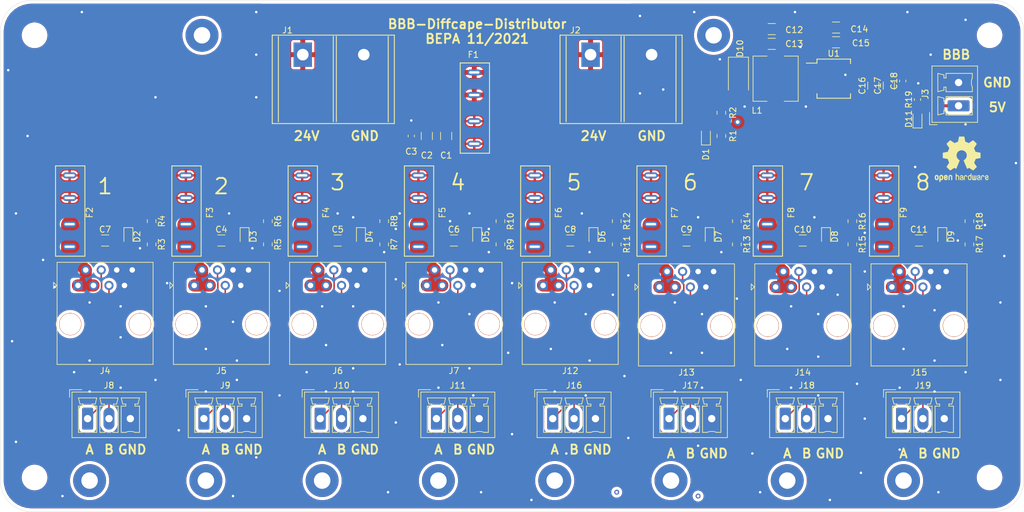
<source format=kicad_pcb>
(kicad_pcb (version 20171130) (host pcbnew "(5.1.7)-1")
  (layers (0 F.Cu signal) (31 B.Cu signal hide) (34 B.Paste user) (35 F.Paste user) (36 B.SilkS user) (37 F.SilkS user) (38 B.Mask user) (39 F.Mask user) (44 Edge.Cuts user))
  (net 0 "")
  (net 1 GNDD)
  (net 2 +24V)
  (net 3 "Net-(C6-Pad1)")
  (net 4 "Net-(C7-Pad1)")
  (net 5 "Net-(C8-Pad1)")
  (net 6 "Net-(C9-Pad1)")
  (net 7 "Net-(C10-Pad1)")
  (net 8 "Net-(C11-Pad1)")
  (net 9 "Net-(D1-Pad1)")
  (net 10 "Net-(D2-Pad1)")
  (net 11 "Net-(D3-Pad1)")
  (net 12 "Net-(D4-Pad1)")
  (net 13 "Net-(D5-Pad1)")
  (net 14 "Net-(D6-Pad1)")
  (net 15 "Net-(D7-Pad1)")
  (net 16 "Net-(D8-Pad1)")
  (net 17 "Net-(D9-Pad1)")
  (net 18 "Net-(R5-Pad1)")
  (net 19 "Net-(R11-Pad1)")
  (net 20 "Net-(R15-Pad1)")
  (net 21 "Net-(C4-Pad1)")
  (net 22 "Net-(C5-Pad1)")
  (net 23 "Net-(J4-Pad4)")
  (net 24 "Net-(J4-Pad5)")
  (net 25 "Net-(J5-Pad4)")
  (net 26 "Net-(J5-Pad5)")
  (net 27 "Net-(J10-Pad1)")
  (net 28 "Net-(J10-Pad2)")
  (net 29 "Net-(J11-Pad1)")
  (net 30 "Net-(J11-Pad2)")
  (net 31 "Net-(J12-Pad4)")
  (net 32 "Net-(J12-Pad5)")
  (net 33 "Net-(J13-Pad4)")
  (net 34 "Net-(J13-Pad5)")
  (net 35 "Net-(J14-Pad4)")
  (net 36 "Net-(J14-Pad5)")
  (net 37 "Net-(J15-Pad4)")
  (net 38 "Net-(J15-Pad5)")
  (net 39 "Net-(R1-Pad2)")
  (net 40 "Net-(R3-Pad1)")
  (net 41 "Net-(R7-Pad1)")
  (net 42 "Net-(R10-Pad2)")
  (net 43 "Net-(R13-Pad1)")
  (net 44 "Net-(R17-Pad1)")
  (net 45 /PW_In)
  (net 46 +5V)
  (net 47 "Net-(D10-Pad1)")
  (net 48 "Net-(D11-Pad2)")
  (module Capacitor_SMD:C_1206_3216Metric (layer F.Cu) (at 192.786 39.878)
    (fp_text reference C15 (at 4.064 0.127) (layer F.SilkS))
    (fp_text value 100u)
    (pad 2 smd roundrect (at 1.4 0) (size 1.25 1.75) (layers F.Cu F.Paste F.Mask) (roundrect_rratio 0.2) (net 1 GNDD))
    (pad 1 smd roundrect (at -1.4 0) (size 1.25 1.75) (layers F.Cu F.Paste F.Mask) (roundrect_rratio 0.2) (net 2 +24V))
  )
  (module Package_SO:SO-8_5.3x6.2mm_P1.27mm (layer F.Cu) (at 192.405 45.847)
    (fp_text reference U1 (at 0 -4.13) (layer F.SilkS))
    (fp_text value XL1509-5.0E1)
    (pad 8 smd rect (at 3.7 -1.905) (size 1.75 0.55) (layers F.Cu F.Paste F.Mask) (net 1 GNDD))
    (pad 7 smd rect (at 3.7 -0.635) (size 1.75 0.55) (layers F.Cu F.Paste F.Mask) (net 1 GNDD))
    (pad 6 smd rect (at 3.7 0.635) (size 1.75 0.55) (layers F.Cu F.Paste F.Mask) (net 1 GNDD))
    (pad 5 smd rect (at 3.7 1.905) (size 1.75 0.55) (layers F.Cu F.Paste F.Mask) (net 1 GNDD))
    (pad 4 smd rect (at -3.7 1.905) (size 1.75 0.55) (layers F.Cu F.Paste F.Mask) (net 1 GNDD))
    (pad 3 smd rect (at -3.7 0.635) (size 1.75 0.55) (layers F.Cu F.Paste F.Mask) (net 46 +5V))
    (pad 2 smd rect (at -3.7 -0.635) (size 1.75 0.55) (layers F.Cu F.Paste F.Mask) (net 47 "Net-(D10-Pad1)"))
    (pad 1 smd rect (at -3.7 -1.905) (size 1.75 0.55) (layers F.Cu F.Paste F.Mask) (net 2 +24V))
  )
  (module Resistor_SMD:R_0603_1608Metric (layer F.Cu) (at 206.121 49.276 90)
    (fp_text reference R19 (at 0 -1.43 90) (layer F.SilkS))
    (fp_text value 470)
    (pad 2 smd roundrect (at 0.7875 0 90) (size 0.875 0.95) (layers F.Cu F.Paste F.Mask) (net 46 +5V))
    (pad 1 smd roundrect (at -0.7875 0 90) (size 0.875 0.95) (layers F.Cu F.Paste F.Mask) (net 48 "Net-(D11-Pad2)"))
  )
  (module Inductor_SMD:L_7.3x7.3_H3.5 (layer F.Cu) (at 182.88 45.847 270)
    (fp_text reference L1 (at 5.207 3.048 180) (layer F.SilkS))
    (fp_text value 68uH)
    (pad 2 smd rect (at 3.2 0 270) (size 1.5 2.2) (layers F.Cu F.Paste F.Mask) (net 46 +5V))
    (pad 1 smd rect (at -3.2 0 270) (size 1.5 2.2) (layers F.Cu F.Paste F.Mask) (net 47 "Net-(D10-Pad1)"))
  )
  (module Connector_Phoenix_MC:PhoenixContact_MCV_1,5_2-G-3.81_1x02_P3.81mm_Vertical (layer F.Cu) (at 212.852 50.292 90)
    (fp_text reference J3 (at 1.9 -5.45 90) (layer F.SilkS))
    (fp_text value Screw_Terminal_01x02)
    (pad 2 thru_hole oval (at 3.81 0 90) (size 1.8 3.6) (drill 1.2) (layers *.Cu *.Mask) (net 1 GNDD))
    (pad 1 thru_hole roundrect (at 0 0 90) (size 1.8 3.6) (drill 1.2) (layers *.Cu *.Mask) (roundrect_rratio 0.138889) (net 46 +5V))
  )
  (module LED_SMD:LED_0603_1608Metric (layer F.Cu) (at 206.121 52.451 90)
    (fp_text reference D11 (at 0 -1.43 90) (layer F.SilkS))
    (fp_text value LED)
    (pad 2 smd roundrect (at 0.7875 0 90) (size 0.875 0.95) (layers F.Cu F.Paste F.Mask) (net 48 "Net-(D11-Pad2)"))
    (pad 1 smd roundrect (at -0.7875 0 90) (size 0.875 0.95) (layers F.Cu F.Paste F.Mask) (net 1 GNDD))
  )
  (module Diode_SMD:D_SMA (layer F.Cu) (at 176.784 45.72 270)
    (fp_text reference D10 (at -4.826 -0.254 90) (layer F.SilkS))
    (fp_text value SS54)
    (pad 2 smd rect (at 2 0 270) (size 2.5 1.8) (layers F.Cu F.Paste F.Mask) (net 1 GNDD))
    (pad 1 smd rect (at -2 0 270) (size 2.5 1.8) (layers F.Cu F.Paste F.Mask) (net 47 "Net-(D10-Pad1)"))
  )
  (module Capacitor_SMD:C_0603_1608Metric (layer F.Cu) (at 203.708 46.228 90)
    (fp_text reference C18 (at 0 -1.43 90) (layer F.SilkS))
    (fp_text value 100n)
    (pad 2 smd roundrect (at 0.7875 0 90) (size 0.875 0.95) (layers F.Cu F.Paste F.Mask) (net 1 GNDD))
    (pad 1 smd roundrect (at -0.7875 0 90) (size 0.875 0.95) (layers F.Cu F.Paste F.Mask) (net 46 +5V))
  )
  (module Capacitor_SMD:C_1206_3216Metric (layer F.Cu) (at 201.422 46.99 90)
    (fp_text reference C17 (at 0 -1.82 90) (layer F.SilkS))
    (fp_text value 100u)
    (pad 2 smd roundrect (at 1.4 0 90) (size 1.25 1.75) (layers F.Cu F.Paste F.Mask) (roundrect_rratio 0.2) (net 1 GNDD))
    (pad 1 smd roundrect (at -1.4 0 90) (size 1.25 1.75) (layers F.Cu F.Paste F.Mask) (roundrect_rratio 0.2) (net 46 +5V))
  )
  (module Capacitor_SMD:C_1206_3216Metric (layer F.Cu) (at 198.882 46.99 90)
    (fp_text reference C16 (at 0 -1.82 90) (layer F.SilkS))
    (fp_text value 100u)
    (pad 2 smd roundrect (at 1.4 0 90) (size 1.25 1.75) (layers F.Cu F.Paste F.Mask) (roundrect_rratio 0.2) (net 1 GNDD))
    (pad 1 smd roundrect (at -1.4 0 90) (size 1.25 1.75) (layers F.Cu F.Paste F.Mask) (roundrect_rratio 0.2) (net 46 +5V))
  )
  (module Capacitor_SMD:C_1206_3216Metric (layer F.Cu) (at 192.786 37.465)
    (fp_text reference C14 (at 3.81 0.254) (layer F.SilkS))
    (fp_text value 100u)
    (pad 2 smd roundrect (at 1.4 0) (size 1.25 1.75) (layers F.Cu F.Paste F.Mask) (roundrect_rratio 0.2) (net 1 GNDD))
    (pad 1 smd roundrect (at -1.4 0) (size 1.25 1.75) (layers F.Cu F.Paste F.Mask) (roundrect_rratio 0.2) (net 2 +24V))
  )
  (module Capacitor_SMD:C_1206_3216Metric (layer F.Cu) (at 182.245 40.132 180)
    (fp_text reference C13 (at -3.683 0) (layer F.SilkS))
    (fp_text value 100u)
    (pad 2 smd roundrect (at 1.4 0 180) (size 1.25 1.75) (layers F.Cu F.Paste F.Mask) (roundrect_rratio 0.2) (net 1 GNDD))
    (pad 1 smd roundrect (at -1.4 0 180) (size 1.25 1.75) (layers F.Cu F.Paste F.Mask) (roundrect_rratio 0.2) (net 2 +24V))
  )
  (module Capacitor_SMD:C_1206_3216Metric (layer F.Cu) (at 182.245 37.719 180)
    (fp_text reference C12 (at -3.683 -0.127) (layer F.SilkS))
    (fp_text value 100u)
    (pad 2 smd roundrect (at 1.4 0 180) (size 1.25 1.75) (layers F.Cu F.Paste F.Mask) (roundrect_rratio 0.2) (net 1 GNDD))
    (pad 1 smd roundrect (at -1.4 0 180) (size 1.25 1.75) (layers F.Cu F.Paste F.Mask) (roundrect_rratio 0.2) (net 2 +24V))
  )
  (module MountingHole:MountingHole_2.7mm_Pad (layer F.Cu) (at 184.785 111.76)
    (fp_text reference REF** hide)
    (fp_text value MountingHole_2.7mm_Pad)
    (pad 1 thru_hole circle (at 0 0) (size 5.4 5.4) (drill 2.7) (layers *.Cu *.Mask))
  )
  (module MountingHole:MountingHole_2.7mm_Pad (layer F.Cu) (at 203.835 111.76)
    (fp_text reference REF** hide)
    (fp_text value MountingHole_2.7mm_Pad)
    (pad 1 thru_hole circle (at 0 0) (size 5.4 5.4) (drill 2.7) (layers *.Cu *.Mask))
  )
  (module MountingHole:MountingHole_2.7mm_Pad (layer F.Cu) (at 146.685 111.76)
    (fp_text reference REF** hide)
    (fp_text value MountingHole_2.7mm_Pad)
    (pad 1 thru_hole circle (at 0 0) (size 5.4 5.4) (drill 2.7) (layers *.Cu *.Mask))
  )
  (module MountingHole:MountingHole_2.7mm_Pad (layer F.Cu) (at 165.735 111.76)
    (fp_text reference REF** hide)
    (fp_text value MountingHole_2.7mm_Pad)
    (pad 1 thru_hole circle (at 0 0) (size 5.4 5.4) (drill 2.7) (layers *.Cu *.Mask))
  )
  (module MountingHole:MountingHole_2.7mm_Pad (layer F.Cu) (at 108.585 111.76)
    (fp_text reference REF** hide)
    (fp_text value MountingHole_2.7mm_Pad)
    (pad 1 thru_hole circle (at 0 0) (size 5.4 5.4) (drill 2.7) (layers *.Cu *.Mask))
  )
  (module MountingHole:MountingHole_2.7mm_Pad (layer F.Cu) (at 127.635 111.76)
    (fp_text reference REF** hide)
    (fp_text value MountingHole_2.7mm_Pad)
    (pad 1 thru_hole circle (at 0 0) (size 5.4 5.4) (drill 2.7) (layers *.Cu *.Mask))
  )
  (module MountingHole:MountingHole_2.7mm_Pad (layer F.Cu) (at 89.535 111.76)
    (fp_text reference REF** hide)
    (fp_text value MountingHole_2.7mm_Pad)
    (pad 1 thru_hole circle (at 0 0) (size 5.4 5.4) (drill 2.7) (layers *.Cu *.Mask))
  )
  (module MountingHole:MountingHole_2.7mm_Pad (layer F.Cu) (at 70.485 111.76)
    (fp_text reference REF** hide)
    (fp_text value MountingHole_2.7mm_Pad)
    (pad 1 thru_hole circle (at 0 0) (size 5.4 5.4) (drill 2.7) (layers *.Cu *.Mask))
  )
  (module MountingHole:MountingHole_2.7mm_Pad (layer F.Cu) (at 172.72 38.735)
    (fp_text reference REF** hide)
    (fp_text value MountingHole_2.7mm_Pad)
    (pad 1 thru_hole circle (at 0 0) (size 5.4 5.4) (drill 2.7) (layers *.Cu *.Mask))
  )
  (module MountingHole:MountingHole_2.7mm_Pad (layer F.Cu) (at 88.9 38.735)
    (fp_text reference REF** hide)
    (fp_text value MountingHole_2.7mm_Pad)
    (pad 1 thru_hole circle (at 0 0) (size 5.4 5.4) (drill 2.7) (layers *.Cu *.Mask))
  )
  (module Symbol:OSHW-Logo2_9.8x8mm_SilkScreen (layer F.Cu) (at 213.36 59.055)
    (fp_text reference REF** hide)
    (fp_text value OSHW-Logo2_9.8x8mm_SilkScreen hide)
  )
  (module Connector_RJ:RJ45_OST_PJ012-8P8CX_Vertical (layer F.Cu) (at 182.88 80.01)
    (fp_text reference J14 (at 4.45 14) (layer F.SilkS))
    (fp_text value RJ45)
    (pad "" np_thru_hole circle (at 10.16 6.35) (size 3.65 3.65) (drill 3.45) (layers *.Cu *.SilkS *.Mask))
    (pad "" np_thru_hole circle (at -1.27 6.35) (size 3.65 3.65) (drill 3.45) (layers *.Cu *.SilkS *.Mask))
    (pad 1 thru_hole rect (at 0 0) (size 1.5 1.5) (drill 0.9) (layers *.Cu *.Mask) (net 7 "Net-(C10-Pad1)"))
    (pad 2 thru_hole circle (at 1.27 -2.54) (size 1.5 1.5) (drill 0.9) (layers *.Cu *.Mask) (net 7 "Net-(C10-Pad1)"))
    (pad 3 thru_hole circle (at 2.54 0) (size 1.5 1.5) (drill 0.9) (layers *.Cu *.Mask) (net 7 "Net-(C10-Pad1)"))
    (pad 4 thru_hole circle (at 3.81 -2.54) (size 1.5 1.5) (drill 0.9) (layers *.Cu *.Mask) (net 35 "Net-(J14-Pad4)"))
    (pad 5 thru_hole circle (at 5.08 0) (size 1.5 1.5) (drill 0.9) (layers *.Cu *.Mask) (net 36 "Net-(J14-Pad5)"))
    (pad 6 thru_hole circle (at 6.35 -2.54) (size 1.5 1.5) (drill 0.9) (layers *.Cu *.Mask) (net 1 GNDD))
    (pad 7 thru_hole circle (at 7.62 0) (size 1.5 1.5) (drill 0.9) (layers *.Cu *.Mask) (net 1 GNDD))
    (pad 8 thru_hole circle (at 8.89 -2.54) (size 1.5 1.5) (drill 0.9) (layers *.Cu *.Mask) (net 1 GNDD))
  )
  (module bbb-diffcape-distrubutor:TLZWLA-Minifuse (layer F.Cu) (at 105.41 67.555 90)
    (fp_text reference F4 (at -0.25 3.81 90) (layer F.SilkS))
    (fp_text value 2A)
    (pad 2 thru_hole oval (at 2.15 -0.1 90) (size 1 2.2) (drill oval 0.4 1.7) (layers *.Cu *.Mask) (net 2 +24V))
    (pad 2 thru_hole oval (at 5.85 -0.1 90) (size 1 2.2) (drill oval 0.4 1.7) (layers *.Cu *.Mask) (net 2 +24V))
    (pad 1 thru_hole oval (at -2.15 -0.1 90) (size 1 2.2) (drill oval 0.4 1.7) (layers *.Cu *.Mask) (net 22 "Net-(C5-Pad1)"))
    (pad 1 thru_hole oval (at -5.85 -0.1 90) (size 1 2.2) (drill oval 0.4 1.7) (layers *.Cu *.Mask) (net 22 "Net-(C5-Pad1)"))
  )
  (module bbb-diffcape-distrubutor:TLZWLA-Minifuse (layer F.Cu) (at 200.66 67.555 90)
    (fp_text reference F9 (at -0.25 3.175 90) (layer F.SilkS))
    (fp_text value 2A)
    (pad 2 thru_hole oval (at 2.15 -0.1 90) (size 1 2.2) (drill oval 0.4 1.7) (layers *.Cu *.Mask) (net 2 +24V))
    (pad 2 thru_hole oval (at 5.85 -0.1 90) (size 1 2.2) (drill oval 0.4 1.7) (layers *.Cu *.Mask) (net 2 +24V))
    (pad 1 thru_hole oval (at -2.15 -0.1 90) (size 1 2.2) (drill oval 0.4 1.7) (layers *.Cu *.Mask) (net 8 "Net-(C11-Pad1)"))
    (pad 1 thru_hole oval (at -5.85 -0.1 90) (size 1 2.2) (drill oval 0.4 1.7) (layers *.Cu *.Mask) (net 8 "Net-(C11-Pad1)"))
  )
  (module bbb-diffcape-distrubutor:TLZWLA-Minifuse (layer F.Cu) (at 181.61 67.555 90)
    (fp_text reference F8 (at -0.25 3.81 90) (layer F.SilkS))
    (fp_text value 2A)
    (pad 2 thru_hole oval (at 2.15 -0.1 90) (size 1 2.2) (drill oval 0.4 1.7) (layers *.Cu *.Mask) (net 2 +24V))
    (pad 2 thru_hole oval (at 5.85 -0.1 90) (size 1 2.2) (drill oval 0.4 1.7) (layers *.Cu *.Mask) (net 2 +24V))
    (pad 1 thru_hole oval (at -2.15 -0.1 90) (size 1 2.2) (drill oval 0.4 1.7) (layers *.Cu *.Mask) (net 7 "Net-(C10-Pad1)"))
    (pad 1 thru_hole oval (at -5.85 -0.1 90) (size 1 2.2) (drill oval 0.4 1.7) (layers *.Cu *.Mask) (net 7 "Net-(C10-Pad1)"))
  )
  (module bbb-diffcape-distrubutor:TLZWLA-Minifuse (layer F.Cu) (at 162.56 67.555 90)
    (fp_text reference F7 (at -0.25 3.81 90) (layer F.SilkS))
    (fp_text value 2A)
    (pad 2 thru_hole oval (at 2.15 -0.1 90) (size 1 2.2) (drill oval 0.4 1.7) (layers *.Cu *.Mask) (net 2 +24V))
    (pad 2 thru_hole oval (at 5.85 -0.1 90) (size 1 2.2) (drill oval 0.4 1.7) (layers *.Cu *.Mask) (net 2 +24V))
    (pad 1 thru_hole oval (at -2.15 -0.1 90) (size 1 2.2) (drill oval 0.4 1.7) (layers *.Cu *.Mask) (net 6 "Net-(C9-Pad1)"))
    (pad 1 thru_hole oval (at -5.85 -0.1 90) (size 1 2.2) (drill oval 0.4 1.7) (layers *.Cu *.Mask) (net 6 "Net-(C9-Pad1)"))
  )
  (module bbb-diffcape-distrubutor:TLZWLA-Minifuse (layer F.Cu) (at 143.51 67.555 90)
    (fp_text reference F6 (at -0.25 3.81 90) (layer F.SilkS))
    (fp_text value 2A)
    (pad 2 thru_hole oval (at 2.15 -0.1 90) (size 1 2.2) (drill oval 0.4 1.7) (layers *.Cu *.Mask) (net 2 +24V))
    (pad 2 thru_hole oval (at 5.85 -0.1 90) (size 1 2.2) (drill oval 0.4 1.7) (layers *.Cu *.Mask) (net 2 +24V))
    (pad 1 thru_hole oval (at -2.15 -0.1 90) (size 1 2.2) (drill oval 0.4 1.7) (layers *.Cu *.Mask) (net 5 "Net-(C8-Pad1)"))
    (pad 1 thru_hole oval (at -5.85 -0.1 90) (size 1 2.2) (drill oval 0.4 1.7) (layers *.Cu *.Mask) (net 5 "Net-(C8-Pad1)"))
  )
  (module bbb-diffcape-distrubutor:TLZWLA-Minifuse (layer F.Cu) (at 124.46 67.555 90)
    (fp_text reference F5 (at -0.25 3.81 90) (layer F.SilkS))
    (fp_text value 2A)
    (pad 2 thru_hole oval (at 2.15 -0.1 90) (size 1 2.2) (drill oval 0.4 1.7) (layers *.Cu *.Mask) (net 2 +24V))
    (pad 2 thru_hole oval (at 5.85 -0.1 90) (size 1 2.2) (drill oval 0.4 1.7) (layers *.Cu *.Mask) (net 2 +24V))
    (pad 1 thru_hole oval (at -2.15 -0.1 90) (size 1 2.2) (drill oval 0.4 1.7) (layers *.Cu *.Mask) (net 3 "Net-(C6-Pad1)"))
    (pad 1 thru_hole oval (at -5.85 -0.1 90) (size 1 2.2) (drill oval 0.4 1.7) (layers *.Cu *.Mask) (net 3 "Net-(C6-Pad1)"))
  )
  (module bbb-diffcape-distrubutor:TLZWLA-Minifuse (layer F.Cu) (at 86.36 67.555 90)
    (fp_text reference F3 (at -0.25 3.81 90) (layer F.SilkS))
    (fp_text value 2A)
    (pad 2 thru_hole oval (at 2.15 -0.1 90) (size 1 2.2) (drill oval 0.4 1.7) (layers *.Cu *.Mask) (net 2 +24V))
    (pad 2 thru_hole oval (at 5.85 -0.1 90) (size 1 2.2) (drill oval 0.4 1.7) (layers *.Cu *.Mask) (net 2 +24V))
    (pad 1 thru_hole oval (at -2.15 -0.1 90) (size 1 2.2) (drill oval 0.4 1.7) (layers *.Cu *.Mask) (net 21 "Net-(C4-Pad1)"))
    (pad 1 thru_hole oval (at -5.85 -0.1 90) (size 1 2.2) (drill oval 0.4 1.7) (layers *.Cu *.Mask) (net 21 "Net-(C4-Pad1)"))
  )
  (module bbb-diffcape-distrubutor:TLZWLA-Minifuse (layer F.Cu) (at 67.31 67.555 90)
    (fp_text reference F2 (at -0.25 3.175 90) (layer F.SilkS))
    (fp_text value 2A)
    (pad 2 thru_hole oval (at 2.15 -0.1 90) (size 1 2.2) (drill oval 0.4 1.7) (layers *.Cu *.Mask) (net 2 +24V))
    (pad 2 thru_hole oval (at 5.85 -0.1 90) (size 1 2.2) (drill oval 0.4 1.7) (layers *.Cu *.Mask) (net 2 +24V))
    (pad 1 thru_hole oval (at -2.15 -0.1 90) (size 1 2.2) (drill oval 0.4 1.7) (layers *.Cu *.Mask) (net 4 "Net-(C7-Pad1)"))
    (pad 1 thru_hole oval (at -5.85 -0.1 90) (size 1 2.2) (drill oval 0.4 1.7) (layers *.Cu *.Mask) (net 4 "Net-(C7-Pad1)"))
  )
  (module bbb-diffcape-distrubutor:TLZWLA-Minifuse (layer F.Cu) (at 133.604 50.672 90)
    (fp_text reference F1 (at 8.762 -0.254 180) (layer F.SilkS))
    (fp_text value 20A)
    (pad 2 thru_hole oval (at 2.15 -0.1 90) (size 1 2.2) (drill oval 0.4 1.7) (layers *.Cu *.Mask) (net 45 /PW_In))
    (pad 2 thru_hole oval (at 5.85 -0.1 90) (size 1 2.2) (drill oval 0.4 1.7) (layers *.Cu *.Mask) (net 45 /PW_In))
    (pad 1 thru_hole oval (at -2.15 -0.1 90) (size 1 2.2) (drill oval 0.4 1.7) (layers *.Cu *.Mask) (net 2 +24V))
    (pad 1 thru_hole oval (at -5.85 -0.1 90) (size 1 2.2) (drill oval 0.4 1.7) (layers *.Cu *.Mask) (net 2 +24V))
  )
  (module bbb-diffcape-distrubutor:KF1000-2P (layer F.Cu) (at 152.56 41.91)
    (fp_text reference J2 (at -2.5 -4) (layer F.SilkS))
    (fp_text value Screw_Terminal_01x02)
    (pad 2 thru_hole oval (at 10 0) (size 3 4) (drill 1.9) (layers *.Cu *.Mask) (net 1 GNDD))
    (pad 1 thru_hole rect (at 0 0) (size 3 4) (drill 1.9) (layers *.Cu *.Mask) (net 45 /PW_In))
  )
  (module bbb-diffcape-distrubutor:KF1000-2P (layer F.Cu) (at 105.41 41.91)
    (fp_text reference J1 (at -2.5 -4) (layer F.SilkS))
    (fp_text value Screw_Terminal_01x02)
    (pad 2 thru_hole oval (at 10 0) (size 3 4) (drill 1.9) (layers *.Cu *.Mask) (net 1 GNDD))
    (pad 1 thru_hole rect (at 0 0) (size 3 4) (drill 1.9) (layers *.Cu *.Mask) (net 45 /PW_In))
  )
  (module Connector_Phoenix_MC:PhoenixContact_MCV_1,5_3-G-3.5_1x03_P3.50mm_Vertical (layer F.Cu) (at 203.51 101.6)
    (fp_text reference J19 (at 3.5 -5.45) (layer F.SilkS))
    (fp_text value Screw_Terminal_01x03)
    (pad 3 thru_hole oval (at 7 0) (size 1.8 3.6) (drill 1.2) (layers *.Cu *.Mask) (net 1 GNDD))
    (pad 2 thru_hole oval (at 3.5 0) (size 1.8 3.6) (drill 1.2) (layers *.Cu *.Mask) (net 38 "Net-(J15-Pad5)"))
    (pad 1 thru_hole roundrect (at 0 0) (size 1.8 3.6) (drill 1.2) (layers *.Cu *.Mask) (roundrect_rratio 0.138889) (net 37 "Net-(J15-Pad4)"))
  )
  (module Connector_Phoenix_MC:PhoenixContact_MCV_1,5_3-G-3.5_1x03_P3.50mm_Vertical (layer F.Cu) (at 184.46 101.6)
    (fp_text reference J18 (at 3.5 -5.45) (layer F.SilkS))
    (fp_text value Screw_Terminal_01x03)
    (pad 3 thru_hole oval (at 7 0) (size 1.8 3.6) (drill 1.2) (layers *.Cu *.Mask) (net 1 GNDD))
    (pad 2 thru_hole oval (at 3.5 0) (size 1.8 3.6) (drill 1.2) (layers *.Cu *.Mask) (net 36 "Net-(J14-Pad5)"))
    (pad 1 thru_hole roundrect (at 0 0) (size 1.8 3.6) (drill 1.2) (layers *.Cu *.Mask) (roundrect_rratio 0.138889) (net 35 "Net-(J14-Pad4)"))
  )
  (module Connector_RJ:RJ45_OST_PJ012-8P8CX_Vertical (layer F.Cu) (at 163.83 80.01)
    (fp_text reference J13 (at 4.45 14) (layer F.SilkS))
    (fp_text value RJ45)
    (pad "" np_thru_hole circle (at 10.16 6.35) (size 3.65 3.65) (drill 3.45) (layers *.Cu *.SilkS *.Mask))
    (pad "" np_thru_hole circle (at -1.27 6.35) (size 3.65 3.65) (drill 3.45) (layers *.Cu *.SilkS *.Mask))
    (pad 1 thru_hole rect (at 0 0) (size 1.5 1.5) (drill 0.9) (layers *.Cu *.Mask) (net 6 "Net-(C9-Pad1)"))
    (pad 2 thru_hole circle (at 1.27 -2.54) (size 1.5 1.5) (drill 0.9) (layers *.Cu *.Mask) (net 6 "Net-(C9-Pad1)"))
    (pad 3 thru_hole circle (at 2.54 0) (size 1.5 1.5) (drill 0.9) (layers *.Cu *.Mask) (net 6 "Net-(C9-Pad1)"))
    (pad 4 thru_hole circle (at 3.81 -2.54) (size 1.5 1.5) (drill 0.9) (layers *.Cu *.Mask) (net 33 "Net-(J13-Pad4)"))
    (pad 5 thru_hole circle (at 5.08 0) (size 1.5 1.5) (drill 0.9) (layers *.Cu *.Mask) (net 34 "Net-(J13-Pad5)"))
    (pad 6 thru_hole circle (at 6.35 -2.54) (size 1.5 1.5) (drill 0.9) (layers *.Cu *.Mask) (net 1 GNDD))
    (pad 7 thru_hole circle (at 7.62 0) (size 1.5 1.5) (drill 0.9) (layers *.Cu *.Mask) (net 1 GNDD))
    (pad 8 thru_hole circle (at 8.89 -2.54) (size 1.5 1.5) (drill 0.9) (layers *.Cu *.Mask) (net 1 GNDD))
  )
  (module Connector_RJ:RJ45_OST_PJ012-8P8CX_Vertical (layer F.Cu) (at 144.78 79.756)
    (fp_text reference J12 (at 4.45 14) (layer F.SilkS))
    (fp_text value RJ45)
    (pad "" np_thru_hole circle (at 10.16 6.35) (size 3.65 3.65) (drill 3.45) (layers *.Cu *.SilkS *.Mask))
    (pad "" np_thru_hole circle (at -1.27 6.35) (size 3.65 3.65) (drill 3.45) (layers *.Cu *.SilkS *.Mask))
    (pad 1 thru_hole rect (at 0 0) (size 1.5 1.5) (drill 0.9) (layers *.Cu *.Mask) (net 5 "Net-(C8-Pad1)"))
    (pad 2 thru_hole circle (at 1.27 -2.54) (size 1.5 1.5) (drill 0.9) (layers *.Cu *.Mask) (net 5 "Net-(C8-Pad1)"))
    (pad 3 thru_hole circle (at 2.54 0) (size 1.5 1.5) (drill 0.9) (layers *.Cu *.Mask) (net 5 "Net-(C8-Pad1)"))
    (pad 4 thru_hole circle (at 3.81 -2.54) (size 1.5 1.5) (drill 0.9) (layers *.Cu *.Mask) (net 31 "Net-(J12-Pad4)"))
    (pad 5 thru_hole circle (at 5.08 0) (size 1.5 1.5) (drill 0.9) (layers *.Cu *.Mask) (net 32 "Net-(J12-Pad5)"))
    (pad 6 thru_hole circle (at 6.35 -2.54) (size 1.5 1.5) (drill 0.9) (layers *.Cu *.Mask) (net 1 GNDD))
    (pad 7 thru_hole circle (at 7.62 0) (size 1.5 1.5) (drill 0.9) (layers *.Cu *.Mask) (net 1 GNDD))
    (pad 8 thru_hole circle (at 8.89 -2.54) (size 1.5 1.5) (drill 0.9) (layers *.Cu *.Mask) (net 1 GNDD))
  )
  (module Connector_Phoenix_MC:PhoenixContact_MCV_1,5_3-G-3.5_1x03_P3.50mm_Vertical (layer F.Cu) (at 127.31 101.6)
    (fp_text reference J11 (at 3.5 -5.45) (layer F.SilkS))
    (fp_text value Screw_Terminal_01x03)
    (pad 3 thru_hole oval (at 7 0) (size 1.8 3.6) (drill 1.2) (layers *.Cu *.Mask) (net 1 GNDD))
    (pad 2 thru_hole oval (at 3.5 0) (size 1.8 3.6) (drill 1.2) (layers *.Cu *.Mask) (net 30 "Net-(J11-Pad2)"))
    (pad 1 thru_hole roundrect (at 0 0) (size 1.8 3.6) (drill 1.2) (layers *.Cu *.Mask) (roundrect_rratio 0.138889) (net 29 "Net-(J11-Pad1)"))
  )
  (module Connector_Phoenix_MC:PhoenixContact_MCV_1,5_3-G-3.5_1x03_P3.50mm_Vertical (layer F.Cu) (at 108.26 101.6)
    (fp_text reference J10 (at 3.5 -5.45) (layer F.SilkS))
    (fp_text value Screw_Terminal_01x03)
    (pad 3 thru_hole oval (at 7 0) (size 1.8 3.6) (drill 1.2) (layers *.Cu *.Mask) (net 1 GNDD))
    (pad 2 thru_hole oval (at 3.5 0) (size 1.8 3.6) (drill 1.2) (layers *.Cu *.Mask) (net 28 "Net-(J10-Pad2)"))
    (pad 1 thru_hole roundrect (at 0 0) (size 1.8 3.6) (drill 1.2) (layers *.Cu *.Mask) (roundrect_rratio 0.138889) (net 27 "Net-(J10-Pad1)"))
  )
  (module Connector_RJ:RJ45_OST_PJ012-8P8CX_Vertical (layer F.Cu) (at 87.63 79.756)
    (fp_text reference J5 (at 4.45 14) (layer F.SilkS))
    (fp_text value RJ45)
    (pad "" np_thru_hole circle (at 10.16 6.35) (size 3.65 3.65) (drill 3.45) (layers *.Cu *.SilkS *.Mask))
    (pad "" np_thru_hole circle (at -1.27 6.35) (size 3.65 3.65) (drill 3.45) (layers *.Cu *.SilkS *.Mask))
    (pad 1 thru_hole rect (at 0 0) (size 1.5 1.5) (drill 0.9) (layers *.Cu *.Mask) (net 21 "Net-(C4-Pad1)"))
    (pad 2 thru_hole circle (at 1.27 -2.54) (size 1.5 1.5) (drill 0.9) (layers *.Cu *.Mask) (net 21 "Net-(C4-Pad1)"))
    (pad 3 thru_hole circle (at 2.54 0) (size 1.5 1.5) (drill 0.9) (layers *.Cu *.Mask) (net 21 "Net-(C4-Pad1)"))
    (pad 4 thru_hole circle (at 3.81 -2.54) (size 1.5 1.5) (drill 0.9) (layers *.Cu *.Mask) (net 25 "Net-(J5-Pad4)"))
    (pad 5 thru_hole circle (at 5.08 0) (size 1.5 1.5) (drill 0.9) (layers *.Cu *.Mask) (net 26 "Net-(J5-Pad5)"))
    (pad 6 thru_hole circle (at 6.35 -2.54) (size 1.5 1.5) (drill 0.9) (layers *.Cu *.Mask) (net 1 GNDD))
    (pad 7 thru_hole circle (at 7.62 0) (size 1.5 1.5) (drill 0.9) (layers *.Cu *.Mask) (net 1 GNDD))
    (pad 8 thru_hole circle (at 8.89 -2.54) (size 1.5 1.5) (drill 0.9) (layers *.Cu *.Mask) (net 1 GNDD))
  )
  (module Connector_RJ:RJ45_OST_PJ012-8P8CX_Vertical (layer F.Cu) (at 68.58 79.756)
    (fp_text reference J4 (at 4.45 14) (layer F.SilkS))
    (fp_text value RJ45)
    (pad "" np_thru_hole circle (at 10.16 6.35) (size 3.65 3.65) (drill 3.45) (layers *.Cu *.SilkS *.Mask))
    (pad "" np_thru_hole circle (at -1.27 6.35) (size 3.65 3.65) (drill 3.45) (layers *.Cu *.SilkS *.Mask))
    (pad 1 thru_hole rect (at 0 0) (size 1.5 1.5) (drill 0.9) (layers *.Cu *.Mask) (net 4 "Net-(C7-Pad1)"))
    (pad 2 thru_hole circle (at 1.27 -2.54) (size 1.5 1.5) (drill 0.9) (layers *.Cu *.Mask) (net 4 "Net-(C7-Pad1)"))
    (pad 3 thru_hole circle (at 2.54 0) (size 1.5 1.5) (drill 0.9) (layers *.Cu *.Mask) (net 4 "Net-(C7-Pad1)"))
    (pad 4 thru_hole circle (at 3.81 -2.54) (size 1.5 1.5) (drill 0.9) (layers *.Cu *.Mask) (net 23 "Net-(J4-Pad4)"))
    (pad 5 thru_hole circle (at 5.08 0) (size 1.5 1.5) (drill 0.9) (layers *.Cu *.Mask) (net 24 "Net-(J4-Pad5)"))
    (pad 6 thru_hole circle (at 6.35 -2.54) (size 1.5 1.5) (drill 0.9) (layers *.Cu *.Mask) (net 1 GNDD))
    (pad 7 thru_hole circle (at 7.62 0) (size 1.5 1.5) (drill 0.9) (layers *.Cu *.Mask) (net 1 GNDD))
    (pad 8 thru_hole circle (at 8.89 -2.54) (size 1.5 1.5) (drill 0.9) (layers *.Cu *.Mask) (net 1 GNDD))
  )
  (module Capacitor_SMD:C_1206_3216Metric (layer F.Cu) (at 111.125 72.39)
    (fp_text reference C5 (at 0 -1.82) (layer F.SilkS))
    (fp_text value 100u)
    (pad 1 smd roundrect (at -1.4 0) (size 1.25 1.75) (layers F.Cu F.Paste F.Mask) (roundrect_rratio 0.2) (net 22 "Net-(C5-Pad1)"))
    (pad 2 smd roundrect (at 1.4 0) (size 1.25 1.75) (layers F.Cu F.Paste F.Mask) (roundrect_rratio 0.2) (net 1 GNDD))
  )
  (module Capacitor_SMD:C_0603_1608Metric (layer F.Cu) (at 123.19 55.245 90)
    (fp_text reference C3 (at -2.54 0 180) (layer F.SilkS))
    (fp_text value 100n)
    (pad 2 smd roundrect (at 0.7875 0 90) (size 0.875 0.95) (layers F.Cu F.Paste F.Mask) (net 1 GNDD))
    (pad 1 smd roundrect (at -0.7875 0 90) (size 0.875 0.95) (layers F.Cu F.Paste F.Mask) (net 2 +24V))
  )
  (module Resistor_SMD:R_0805_2012Metric (layer F.Cu) (at 214.63 69.215 270)
    (fp_text reference R18 (at 0 -1.65 90) (layer F.SilkS))
    (fp_text value 1k2)
    (pad 2 smd roundrect (at 0.9375 0 270) (size 0.975 1.4) (layers F.Cu F.Paste F.Mask) (net 44 "Net-(R17-Pad1)"))
    (pad 1 smd roundrect (at -0.9375 0 270) (size 0.975 1.4) (layers F.Cu F.Paste F.Mask) (net 17 "Net-(D9-Pad1)"))
  )
  (module Resistor_SMD:R_0805_2012Metric (layer F.Cu) (at 214.63 73.025 270)
    (fp_text reference R17 (at 0 -1.65 90) (layer F.SilkS))
    (fp_text value 1k2)
    (pad 2 smd roundrect (at 0.9375 0 270) (size 0.975 1.4) (layers F.Cu F.Paste F.Mask) (net 1 GNDD))
    (pad 1 smd roundrect (at -0.9375 0 270) (size 0.975 1.4) (layers F.Cu F.Paste F.Mask) (net 44 "Net-(R17-Pad1)"))
  )
  (module Resistor_SMD:R_0805_2012Metric (layer F.Cu) (at 195.453 69.215 270)
    (fp_text reference R16 (at 0 -1.65 90) (layer F.SilkS))
    (fp_text value 1k2)
    (pad 2 smd roundrect (at 0.9375 0 270) (size 0.975 1.4) (layers F.Cu F.Paste F.Mask) (net 20 "Net-(R15-Pad1)"))
    (pad 1 smd roundrect (at -0.9375 0 270) (size 0.975 1.4) (layers F.Cu F.Paste F.Mask) (net 16 "Net-(D8-Pad1)"))
  )
  (module Resistor_SMD:R_0805_2012Metric (layer F.Cu) (at 195.453 73.025 270)
    (fp_text reference R15 (at 0 -1.65 90) (layer F.SilkS))
    (fp_text value 1k2)
    (pad 2 smd roundrect (at 0.9375 0 270) (size 0.975 1.4) (layers F.Cu F.Paste F.Mask) (net 1 GNDD))
    (pad 1 smd roundrect (at -0.9375 0 270) (size 0.975 1.4) (layers F.Cu F.Paste F.Mask) (net 20 "Net-(R15-Pad1)"))
  )
  (module Resistor_SMD:R_0805_2012Metric (layer F.Cu) (at 176.53 69.215 270)
    (fp_text reference R14 (at 0 -1.65 90) (layer F.SilkS))
    (fp_text value 1k2)
    (pad 2 smd roundrect (at 0.9375 0 270) (size 0.975 1.4) (layers F.Cu F.Paste F.Mask) (net 43 "Net-(R13-Pad1)"))
    (pad 1 smd roundrect (at -0.9375 0 270) (size 0.975 1.4) (layers F.Cu F.Paste F.Mask) (net 15 "Net-(D7-Pad1)"))
  )
  (module Resistor_SMD:R_0805_2012Metric (layer F.Cu) (at 176.53 73.025 270)
    (fp_text reference R13 (at 0 -1.65 90) (layer F.SilkS))
    (fp_text value 1k2)
    (pad 2 smd roundrect (at 0.9375 0 270) (size 0.975 1.4) (layers F.Cu F.Paste F.Mask) (net 1 GNDD))
    (pad 1 smd roundrect (at -0.9375 0 270) (size 0.975 1.4) (layers F.Cu F.Paste F.Mask) (net 43 "Net-(R13-Pad1)"))
  )
  (module Resistor_SMD:R_0805_2012Metric (layer F.Cu) (at 156.845 69.215 270)
    (fp_text reference R12 (at 0 -1.65 90) (layer F.SilkS))
    (fp_text value 1k2)
    (pad 2 smd roundrect (at 0.9375 0 270) (size 0.975 1.4) (layers F.Cu F.Paste F.Mask) (net 19 "Net-(R11-Pad1)"))
    (pad 1 smd roundrect (at -0.9375 0 270) (size 0.975 1.4) (layers F.Cu F.Paste F.Mask) (net 14 "Net-(D6-Pad1)"))
  )
  (module Resistor_SMD:R_0805_2012Metric (layer F.Cu) (at 156.845 73.025 270)
    (fp_text reference R11 (at 0 -1.65 90) (layer F.SilkS))
    (fp_text value 1k2)
    (pad 2 smd roundrect (at 0.9375 0 270) (size 0.975 1.4) (layers F.Cu F.Paste F.Mask) (net 1 GNDD))
    (pad 1 smd roundrect (at -0.9375 0 270) (size 0.975 1.4) (layers F.Cu F.Paste F.Mask) (net 19 "Net-(R11-Pad1)"))
  )
  (module Resistor_SMD:R_0805_2012Metric (layer F.Cu) (at 137.795 69.215 270)
    (fp_text reference R10 (at 0 -1.65 90) (layer F.SilkS))
    (fp_text value 1k2)
    (pad 2 smd roundrect (at 0.9375 0 270) (size 0.975 1.4) (layers F.Cu F.Paste F.Mask) (net 42 "Net-(R10-Pad2)"))
    (pad 1 smd roundrect (at -0.9375 0 270) (size 0.975 1.4) (layers F.Cu F.Paste F.Mask) (net 13 "Net-(D5-Pad1)"))
  )
  (module Resistor_SMD:R_0805_2012Metric (layer F.Cu) (at 137.795 73.025 270)
    (fp_text reference R9 (at 0 -1.65 90) (layer F.SilkS))
    (fp_text value 1k2)
    (pad 2 smd roundrect (at 0.9375 0 270) (size 0.975 1.4) (layers F.Cu F.Paste F.Mask) (net 1 GNDD))
    (pad 1 smd roundrect (at -0.9375 0 270) (size 0.975 1.4) (layers F.Cu F.Paste F.Mask) (net 42 "Net-(R10-Pad2)"))
  )
  (module Resistor_SMD:R_0805_2012Metric (layer F.Cu) (at 118.745 69.215 270)
    (fp_text reference R8 (at 0 -1.65 90) (layer F.SilkS))
    (fp_text value 1k2)
    (pad 2 smd roundrect (at 0.9375 0 270) (size 0.975 1.4) (layers F.Cu F.Paste F.Mask) (net 41 "Net-(R7-Pad1)"))
    (pad 1 smd roundrect (at -0.9375 0 270) (size 0.975 1.4) (layers F.Cu F.Paste F.Mask) (net 12 "Net-(D4-Pad1)"))
  )
  (module Resistor_SMD:R_0805_2012Metric (layer F.Cu) (at 118.745 73.025 270)
    (fp_text reference R7 (at 0 -1.65 90) (layer F.SilkS))
    (fp_text value 1k2)
    (pad 2 smd roundrect (at 0.9375 0 270) (size 0.975 1.4) (layers F.Cu F.Paste F.Mask) (net 1 GNDD))
    (pad 1 smd roundrect (at -0.9375 0 270) (size 0.975 1.4) (layers F.Cu F.Paste F.Mask) (net 41 "Net-(R7-Pad1)"))
  )
  (module Resistor_SMD:R_0805_2012Metric (layer F.Cu) (at 99.695 69.215 270)
    (fp_text reference R6 (at 0 -1.65 90) (layer F.SilkS))
    (fp_text value 1k2)
    (pad 2 smd roundrect (at 0.9375 0 270) (size 0.975 1.4) (layers F.Cu F.Paste F.Mask) (net 18 "Net-(R5-Pad1)"))
    (pad 1 smd roundrect (at -0.9375 0 270) (size 0.975 1.4) (layers F.Cu F.Paste F.Mask) (net 11 "Net-(D3-Pad1)"))
  )
  (module Resistor_SMD:R_0805_2012Metric (layer F.Cu) (at 99.695 73.025 270)
    (fp_text reference R5 (at 0 -1.65 90) (layer F.SilkS))
    (fp_text value 1k2)
    (pad 2 smd roundrect (at 0.9375 0 270) (size 0.975 1.4) (layers F.Cu F.Paste F.Mask) (net 1 GNDD))
    (pad 1 smd roundrect (at -0.9375 0 270) (size 0.975 1.4) (layers F.Cu F.Paste F.Mask) (net 18 "Net-(R5-Pad1)"))
  )
  (module Resistor_SMD:R_0805_2012Metric (layer F.Cu) (at 80.645 69.215 270)
    (fp_text reference R4 (at 0 -1.65 90) (layer F.SilkS))
    (fp_text value 1k2)
    (pad 2 smd roundrect (at 0.9375 0 270) (size 0.975 1.4) (layers F.Cu F.Paste F.Mask) (net 40 "Net-(R3-Pad1)"))
    (pad 1 smd roundrect (at -0.9375 0 270) (size 0.975 1.4) (layers F.Cu F.Paste F.Mask) (net 10 "Net-(D2-Pad1)"))
  )
  (module Resistor_SMD:R_0805_2012Metric (layer F.Cu) (at 80.645 73.025 270)
    (fp_text reference R3 (at 0 -1.65 90) (layer F.SilkS))
    (fp_text value 1k2)
    (pad 2 smd roundrect (at 0.9375 0 270) (size 0.975 1.4) (layers F.Cu F.Paste F.Mask) (net 1 GNDD))
    (pad 1 smd roundrect (at -0.9375 0 270) (size 0.975 1.4) (layers F.Cu F.Paste F.Mask) (net 40 "Net-(R3-Pad1)"))
  )
  (module Resistor_SMD:R_0805_2012Metric (layer F.Cu) (at 173.99 51.435 90)
    (fp_text reference R2 (at 0 1.905 90) (layer F.SilkS))
    (fp_text value 1k2)
    (pad 2 smd roundrect (at 0.9375 0 90) (size 0.975 1.4) (layers F.Cu F.Paste F.Mask) (net 1 GNDD))
    (pad 1 smd roundrect (at -0.9375 0 90) (size 0.975 1.4) (layers F.Cu F.Paste F.Mask) (net 39 "Net-(R1-Pad2)"))
  )
  (module Resistor_SMD:R_0805_2012Metric (layer F.Cu) (at 173.99 55.245 90)
    (fp_text reference R1 (at 0 1.905 90) (layer F.SilkS))
    (fp_text value 1k2)
    (pad 2 smd roundrect (at 0.9375 0 90) (size 0.975 1.4) (layers F.Cu F.Paste F.Mask) (net 39 "Net-(R1-Pad2)"))
    (pad 1 smd roundrect (at -0.9375 0 90) (size 0.975 1.4) (layers F.Cu F.Paste F.Mask) (net 9 "Net-(D1-Pad1)"))
  )
  (module Connector_Phoenix_MC:PhoenixContact_MCV_1,5_3-G-3.5_1x03_P3.50mm_Vertical (layer F.Cu) (at 165.41 101.6)
    (fp_text reference J17 (at 3.5 -5.45) (layer F.SilkS))
    (fp_text value Screw_Terminal_01x03)
    (pad 3 thru_hole oval (at 7 0) (size 1.8 3.6) (drill 1.2) (layers *.Cu *.Mask) (net 1 GNDD))
    (pad 2 thru_hole oval (at 3.5 0) (size 1.8 3.6) (drill 1.2) (layers *.Cu *.Mask) (net 34 "Net-(J13-Pad5)"))
    (pad 1 thru_hole roundrect (at 0 0) (size 1.8 3.6) (drill 1.2) (layers *.Cu *.Mask) (roundrect_rratio 0.138889) (net 33 "Net-(J13-Pad4)"))
  )
  (module Connector_Phoenix_MC:PhoenixContact_MCV_1,5_3-G-3.5_1x03_P3.50mm_Vertical (layer F.Cu) (at 146.36 101.6)
    (fp_text reference J16 (at 3.5 -5.45) (layer F.SilkS))
    (fp_text value Screw_Terminal_01x03)
    (pad 3 thru_hole oval (at 7 0) (size 1.8 3.6) (drill 1.2) (layers *.Cu *.Mask) (net 1 GNDD))
    (pad 2 thru_hole oval (at 3.5 0) (size 1.8 3.6) (drill 1.2) (layers *.Cu *.Mask) (net 32 "Net-(J12-Pad5)"))
    (pad 1 thru_hole roundrect (at 0 0) (size 1.8 3.6) (drill 1.2) (layers *.Cu *.Mask) (roundrect_rratio 0.138889) (net 31 "Net-(J12-Pad4)"))
  )
  (module Connector_RJ:RJ45_OST_PJ012-8P8CX_Vertical (layer F.Cu) (at 201.93 80.01)
    (fp_text reference J15 (at 4.45 14) (layer F.SilkS))
    (fp_text value RJ45)
    (pad "" np_thru_hole circle (at 10.16 6.35) (size 3.65 3.65) (drill 3.45) (layers *.Cu *.SilkS *.Mask))
    (pad "" np_thru_hole circle (at -1.27 6.35) (size 3.65 3.65) (drill 3.45) (layers *.Cu *.SilkS *.Mask))
    (pad 1 thru_hole rect (at 0 0) (size 1.5 1.5) (drill 0.9) (layers *.Cu *.Mask) (net 8 "Net-(C11-Pad1)"))
    (pad 2 thru_hole circle (at 1.27 -2.54) (size 1.5 1.5) (drill 0.9) (layers *.Cu *.Mask) (net 8 "Net-(C11-Pad1)"))
    (pad 3 thru_hole circle (at 2.54 0) (size 1.5 1.5) (drill 0.9) (layers *.Cu *.Mask) (net 8 "Net-(C11-Pad1)"))
    (pad 4 thru_hole circle (at 3.81 -2.54) (size 1.5 1.5) (drill 0.9) (layers *.Cu *.Mask) (net 37 "Net-(J15-Pad4)"))
    (pad 5 thru_hole circle (at 5.08 0) (size 1.5 1.5) (drill 0.9) (layers *.Cu *.Mask) (net 38 "Net-(J15-Pad5)"))
    (pad 6 thru_hole circle (at 6.35 -2.54) (size 1.5 1.5) (drill 0.9) (layers *.Cu *.Mask) (net 1 GNDD))
    (pad 7 thru_hole circle (at 7.62 0) (size 1.5 1.5) (drill 0.9) (layers *.Cu *.Mask) (net 1 GNDD))
    (pad 8 thru_hole circle (at 8.89 -2.54) (size 1.5 1.5) (drill 0.9) (layers *.Cu *.Mask) (net 1 GNDD))
  )
  (module Connector_Phoenix_MC:PhoenixContact_MCV_1,5_3-G-3.5_1x03_P3.50mm_Vertical (layer F.Cu) (at 89.21 101.6)
    (fp_text reference J9 (at 3.5 -5.45) (layer F.SilkS))
    (fp_text value Screw_Terminal_01x03)
    (pad 3 thru_hole oval (at 7 0) (size 1.8 3.6) (drill 1.2) (layers *.Cu *.Mask) (net 1 GNDD))
    (pad 2 thru_hole oval (at 3.5 0) (size 1.8 3.6) (drill 1.2) (layers *.Cu *.Mask) (net 26 "Net-(J5-Pad5)"))
    (pad 1 thru_hole roundrect (at 0 0) (size 1.8 3.6) (drill 1.2) (layers *.Cu *.Mask) (roundrect_rratio 0.138889) (net 25 "Net-(J5-Pad4)"))
  )
  (module Connector_Phoenix_MC:PhoenixContact_MCV_1,5_3-G-3.5_1x03_P3.50mm_Vertical (layer F.Cu) (at 70.16 101.6)
    (fp_text reference J8 (at 3.5 -5.45) (layer F.SilkS))
    (fp_text value Screw_Terminal_01x03)
    (pad 3 thru_hole oval (at 7 0) (size 1.8 3.6) (drill 1.2) (layers *.Cu *.Mask) (net 1 GNDD))
    (pad 2 thru_hole oval (at 3.5 0) (size 1.8 3.6) (drill 1.2) (layers *.Cu *.Mask) (net 24 "Net-(J4-Pad5)"))
    (pad 1 thru_hole roundrect (at 0 0) (size 1.8 3.6) (drill 1.2) (layers *.Cu *.Mask) (roundrect_rratio 0.138889) (net 23 "Net-(J4-Pad4)"))
  )
  (module Connector_RJ:RJ45_OST_PJ012-8P8CX_Vertical (layer F.Cu) (at 125.73 79.756)
    (fp_text reference J7 (at 4.45 14) (layer F.SilkS))
    (fp_text value RJ45)
    (pad "" np_thru_hole circle (at 10.16 6.35) (size 3.65 3.65) (drill 3.45) (layers *.Cu *.SilkS *.Mask))
    (pad "" np_thru_hole circle (at -1.27 6.35) (size 3.65 3.65) (drill 3.45) (layers *.Cu *.SilkS *.Mask))
    (pad 1 thru_hole rect (at 0 0) (size 1.5 1.5) (drill 0.9) (layers *.Cu *.Mask) (net 3 "Net-(C6-Pad1)"))
    (pad 2 thru_hole circle (at 1.27 -2.54) (size 1.5 1.5) (drill 0.9) (layers *.Cu *.Mask) (net 3 "Net-(C6-Pad1)"))
    (pad 3 thru_hole circle (at 2.54 0) (size 1.5 1.5) (drill 0.9) (layers *.Cu *.Mask) (net 3 "Net-(C6-Pad1)"))
    (pad 4 thru_hole circle (at 3.81 -2.54) (size 1.5 1.5) (drill 0.9) (layers *.Cu *.Mask) (net 29 "Net-(J11-Pad1)"))
    (pad 5 thru_hole circle (at 5.08 0) (size 1.5 1.5) (drill 0.9) (layers *.Cu *.Mask) (net 30 "Net-(J11-Pad2)"))
    (pad 6 thru_hole circle (at 6.35 -2.54) (size 1.5 1.5) (drill 0.9) (layers *.Cu *.Mask) (net 1 GNDD))
    (pad 7 thru_hole circle (at 7.62 0) (size 1.5 1.5) (drill 0.9) (layers *.Cu *.Mask) (net 1 GNDD))
    (pad 8 thru_hole circle (at 8.89 -2.54) (size 1.5 1.5) (drill 0.9) (layers *.Cu *.Mask) (net 1 GNDD))
  )
  (module Connector_RJ:RJ45_OST_PJ012-8P8CX_Vertical (layer F.Cu) (at 106.68 79.756)
    (fp_text reference J6 (at 4.45 14) (layer F.SilkS))
    (fp_text value RJ45)
    (pad "" np_thru_hole circle (at 10.16 6.35) (size 3.65 3.65) (drill 3.45) (layers *.Cu *.SilkS *.Mask))
    (pad "" np_thru_hole circle (at -1.27 6.35) (size 3.65 3.65) (drill 3.45) (layers *.Cu *.SilkS *.Mask))
    (pad 1 thru_hole rect (at 0 0) (size 1.5 1.5) (drill 0.9) (layers *.Cu *.Mask) (net 22 "Net-(C5-Pad1)"))
    (pad 2 thru_hole circle (at 1.27 -2.54) (size 1.5 1.5) (drill 0.9) (layers *.Cu *.Mask) (net 22 "Net-(C5-Pad1)"))
    (pad 3 thru_hole circle (at 2.54 0) (size 1.5 1.5) (drill 0.9) (layers *.Cu *.Mask) (net 22 "Net-(C5-Pad1)"))
    (pad 4 thru_hole circle (at 3.81 -2.54) (size 1.5 1.5) (drill 0.9) (layers *.Cu *.Mask) (net 27 "Net-(J10-Pad1)"))
    (pad 5 thru_hole circle (at 5.08 0) (size 1.5 1.5) (drill 0.9) (layers *.Cu *.Mask) (net 28 "Net-(J10-Pad2)"))
    (pad 6 thru_hole circle (at 6.35 -2.54) (size 1.5 1.5) (drill 0.9) (layers *.Cu *.Mask) (net 1 GNDD))
    (pad 7 thru_hole circle (at 7.62 0) (size 1.5 1.5) (drill 0.9) (layers *.Cu *.Mask) (net 1 GNDD))
    (pad 8 thru_hole circle (at 8.89 -2.54) (size 1.5 1.5) (drill 0.9) (layers *.Cu *.Mask) (net 1 GNDD))
  )
  (module MountingHole:MountingHole_3.2mm_M3 (layer F.Cu) (at 61.468 38.735)
    (fp_text reference H4 hide)
    (fp_text value MountingHole)
    (pad 1 np_thru_hole circle (at 0 0) (size 3.2 3.2) (drill 3.2) (layers *.Cu *.Mask))
  )
  (module MountingHole:MountingHole_3.2mm_M3 (layer F.Cu) (at 217.932 38.735)
    (fp_text reference H3 hide)
    (fp_text value MountingHole)
    (pad 1 np_thru_hole circle (at 0 0) (size 3.2 3.2) (drill 3.2) (layers *.Cu *.Mask))
  )
  (module MountingHole:MountingHole_3.2mm_M3 (layer F.Cu) (at 217.932 111.252)
    (fp_text reference H2 hide)
    (fp_text value MountingHole)
    (pad 1 np_thru_hole circle (at 0 0) (size 3.2 3.2) (drill 3.2) (layers *.Cu *.Mask))
  )
  (module MountingHole:MountingHole_3.2mm_M3 (layer F.Cu) (at 61.468 111.252)
    (fp_text reference H1 hide)
    (fp_text value MountingHole)
    (pad 1 np_thru_hole circle (at 0 0) (size 3.2 3.2) (drill 3.2) (layers *.Cu *.Mask))
  )
  (module Fiducial:Fiducial_0.75mm_Mask1.5mm (layer F.Cu) (at 217.932 102.616)
    (fp_text reference FID3 hide)
    (fp_text value Fiducial)
    (pad "" smd circle (at 0 0) (size 0.75 0.75) (layers F.Cu F.Mask) (clearance 0.375))
  )
  (module Fiducial:Fiducial_0.75mm_Mask1.5mm (layer F.Cu) (at 61.976 101.092)
    (fp_text reference FID2 hide)
    (fp_text value Fiducial)
    (pad "" smd circle (at 0 0) (size 0.75 0.75) (layers F.Cu F.Mask) (clearance 0.375))
  )
  (module Fiducial:Fiducial_0.75mm_Mask1.5mm (layer F.Cu) (at 61.976 51.816)
    (fp_text reference FID1 hide)
    (fp_text value Fiducial)
    (pad "" smd circle (at 0 0) (size 0.75 0.75) (layers F.Cu F.Mask) (clearance 0.375))
  )
  (module LED_SMD:LED_0603_1608Metric (layer F.Cu) (at 210.185 71.755 270)
    (fp_text reference D9 (at 0 -1.43 90) (layer F.SilkS))
    (fp_text value LED)
    (pad 2 smd roundrect (at 0.7875 0 270) (size 0.875 0.95) (layers F.Cu F.Paste F.Mask) (net 8 "Net-(C11-Pad1)"))
    (pad 1 smd roundrect (at -0.7875 0 270) (size 0.875 0.95) (layers F.Cu F.Paste F.Mask) (net 17 "Net-(D9-Pad1)"))
  )
  (module LED_SMD:LED_0603_1608Metric (layer F.Cu) (at 191.135 71.755 270)
    (fp_text reference D8 (at 0 -1.43 90) (layer F.SilkS))
    (fp_text value LED)
    (pad 2 smd roundrect (at 0.7875 0 270) (size 0.875 0.95) (layers F.Cu F.Paste F.Mask) (net 7 "Net-(C10-Pad1)"))
    (pad 1 smd roundrect (at -0.7875 0 270) (size 0.875 0.95) (layers F.Cu F.Paste F.Mask) (net 16 "Net-(D8-Pad1)"))
  )
  (module LED_SMD:LED_0603_1608Metric (layer F.Cu) (at 172.085 71.755 270)
    (fp_text reference D7 (at 0 -1.43 90) (layer F.SilkS))
    (fp_text value LED)
    (pad 2 smd roundrect (at 0.7875 0 270) (size 0.875 0.95) (layers F.Cu F.Paste F.Mask) (net 6 "Net-(C9-Pad1)"))
    (pad 1 smd roundrect (at -0.7875 0 270) (size 0.875 0.95) (layers F.Cu F.Paste F.Mask) (net 15 "Net-(D7-Pad1)"))
  )
  (module LED_SMD:LED_0603_1608Metric (layer F.Cu) (at 153.035 71.755 270)
    (fp_text reference D6 (at 0 -1.43 90) (layer F.SilkS))
    (fp_text value LED)
    (pad 2 smd roundrect (at 0.7875 0 270) (size 0.875 0.95) (layers F.Cu F.Paste F.Mask) (net 5 "Net-(C8-Pad1)"))
    (pad 1 smd roundrect (at -0.7875 0 270) (size 0.875 0.95) (layers F.Cu F.Paste F.Mask) (net 14 "Net-(D6-Pad1)"))
  )
  (module LED_SMD:LED_0603_1608Metric (layer F.Cu) (at 133.985 71.755 270)
    (fp_text reference D5 (at 0 -1.43 90) (layer F.SilkS))
    (fp_text value LED)
    (pad 2 smd roundrect (at 0.7875 0 270) (size 0.875 0.95) (layers F.Cu F.Paste F.Mask) (net 3 "Net-(C6-Pad1)"))
    (pad 1 smd roundrect (at -0.7875 0 270) (size 0.875 0.95) (layers F.Cu F.Paste F.Mask) (net 13 "Net-(D5-Pad1)"))
  )
  (module LED_SMD:LED_0603_1608Metric (layer F.Cu) (at 114.935 71.755 270)
    (fp_text reference D4 (at 0 -1.43 90) (layer F.SilkS))
    (fp_text value LED)
    (pad 2 smd roundrect (at 0.7875 0 270) (size 0.875 0.95) (layers F.Cu F.Paste F.Mask) (net 22 "Net-(C5-Pad1)"))
    (pad 1 smd roundrect (at -0.7875 0 270) (size 0.875 0.95) (layers F.Cu F.Paste F.Mask) (net 12 "Net-(D4-Pad1)"))
  )
  (module LED_SMD:LED_0603_1608Metric (layer F.Cu) (at 95.885 71.755 270)
    (fp_text reference D3 (at 0 -1.43 90) (layer F.SilkS))
    (fp_text value LED)
    (pad 2 smd roundrect (at 0.7875 0 270) (size 0.875 0.95) (layers F.Cu F.Paste F.Mask) (net 21 "Net-(C4-Pad1)"))
    (pad 1 smd roundrect (at -0.7875 0 270) (size 0.875 0.95) (layers F.Cu F.Paste F.Mask) (net 11 "Net-(D3-Pad1)"))
  )
  (module LED_SMD:LED_0603_1608Metric (layer F.Cu) (at 76.835 71.755 270)
    (fp_text reference D2 (at 0 -1.43 90) (layer F.SilkS))
    (fp_text value LED)
    (pad 2 smd roundrect (at 0.7875 0 270) (size 0.875 0.95) (layers F.Cu F.Paste F.Mask) (net 4 "Net-(C7-Pad1)"))
    (pad 1 smd roundrect (at -0.7875 0 270) (size 0.875 0.95) (layers F.Cu F.Paste F.Mask) (net 10 "Net-(D2-Pad1)"))
  )
  (module LED_SMD:LED_0603_1608Metric (layer F.Cu) (at 171.45 55.245 90)
    (fp_text reference D1 (at -3.0225 0 90) (layer F.SilkS))
    (fp_text value LED)
    (pad 2 smd roundrect (at 0.7875 0 90) (size 0.875 0.95) (layers F.Cu F.Paste F.Mask) (net 2 +24V))
    (pad 1 smd roundrect (at -0.7875 0 90) (size 0.875 0.95) (layers F.Cu F.Paste F.Mask) (net 9 "Net-(D1-Pad1)"))
  )
  (module Capacitor_SMD:C_1206_3216Metric (layer F.Cu) (at 206.375 72.39)
    (fp_text reference C11 (at 0 -1.82) (layer F.SilkS))
    (fp_text value 100u)
    (pad 2 smd roundrect (at 1.4 0) (size 1.25 1.75) (layers F.Cu F.Paste F.Mask) (roundrect_rratio 0.2) (net 1 GNDD))
    (pad 1 smd roundrect (at -1.4 0) (size 1.25 1.75) (layers F.Cu F.Paste F.Mask) (roundrect_rratio 0.2) (net 8 "Net-(C11-Pad1)"))
  )
  (module Capacitor_SMD:C_1206_3216Metric (layer F.Cu) (at 187.325 72.39)
    (fp_text reference C10 (at 0 -1.82) (layer F.SilkS))
    (fp_text value 100u)
    (pad 2 smd roundrect (at 1.4 0) (size 1.25 1.75) (layers F.Cu F.Paste F.Mask) (roundrect_rratio 0.2) (net 1 GNDD))
    (pad 1 smd roundrect (at -1.4 0) (size 1.25 1.75) (layers F.Cu F.Paste F.Mask) (roundrect_rratio 0.2) (net 7 "Net-(C10-Pad1)"))
  )
  (module Capacitor_SMD:C_1206_3216Metric (layer F.Cu) (at 168.275 72.39)
    (fp_text reference C9 (at 0 -1.82) (layer F.SilkS))
    (fp_text value 100u)
    (pad 2 smd roundrect (at 1.4 0) (size 1.25 1.75) (layers F.Cu F.Paste F.Mask) (roundrect_rratio 0.2) (net 1 GNDD))
    (pad 1 smd roundrect (at -1.4 0) (size 1.25 1.75) (layers F.Cu F.Paste F.Mask) (roundrect_rratio 0.2) (net 6 "Net-(C9-Pad1)"))
  )
  (module Capacitor_SMD:C_1206_3216Metric (layer F.Cu) (at 149.225 72.39)
    (fp_text reference C8 (at 0 -1.82) (layer F.SilkS))
    (fp_text value 100u)
    (pad 2 smd roundrect (at 1.4 0) (size 1.25 1.75) (layers F.Cu F.Paste F.Mask) (roundrect_rratio 0.2) (net 1 GNDD))
    (pad 1 smd roundrect (at -1.4 0) (size 1.25 1.75) (layers F.Cu F.Paste F.Mask) (roundrect_rratio 0.2) (net 5 "Net-(C8-Pad1)"))
  )
  (module Capacitor_SMD:C_1206_3216Metric (layer F.Cu) (at 73.025 72.39)
    (fp_text reference C7 (at 0 -1.82) (layer F.SilkS))
    (fp_text value 100u)
    (pad 2 smd roundrect (at 1.4 0) (size 1.25 1.75) (layers F.Cu F.Paste F.Mask) (roundrect_rratio 0.2) (net 1 GNDD))
    (pad 1 smd roundrect (at -1.4 0) (size 1.25 1.75) (layers F.Cu F.Paste F.Mask) (roundrect_rratio 0.2) (net 4 "Net-(C7-Pad1)"))
  )
  (module Capacitor_SMD:C_1206_3216Metric (layer F.Cu) (at 130.175 72.39)
    (fp_text reference C6 (at 0 -1.82) (layer F.SilkS))
    (fp_text value 100u)
    (pad 1 smd roundrect (at -1.4 0) (size 1.25 1.75) (layers F.Cu F.Paste F.Mask) (roundrect_rratio 0.2) (net 3 "Net-(C6-Pad1)"))
    (pad 2 smd roundrect (at 1.4 0) (size 1.25 1.75) (layers F.Cu F.Paste F.Mask) (roundrect_rratio 0.2) (net 1 GNDD))
  )
  (module Capacitor_SMD:C_1206_3216Metric (layer F.Cu) (at 92.075 72.39)
    (fp_text reference C4 (at 0 -1.82) (layer F.SilkS))
    (fp_text value 100u)
    (pad 2 smd roundrect (at 1.4 0) (size 1.25 1.75) (layers F.Cu F.Paste F.Mask) (roundrect_rratio 0.2) (net 1 GNDD))
    (pad 1 smd roundrect (at -1.4 0) (size 1.25 1.75) (layers F.Cu F.Paste F.Mask) (roundrect_rratio 0.2) (net 21 "Net-(C4-Pad1)"))
  )
  (module Capacitor_SMD:C_1206_3216Metric (layer F.Cu) (at 125.73 55.245 90)
    (fp_text reference C2 (at -3.175 0 180) (layer F.SilkS))
    (fp_text value 100u)
    (pad 2 smd roundrect (at 1.4 0 90) (size 1.25 1.75) (layers F.Cu F.Paste F.Mask) (roundrect_rratio 0.2) (net 1 GNDD))
    (pad 1 smd roundrect (at -1.4 0 90) (size 1.25 1.75) (layers F.Cu F.Paste F.Mask) (roundrect_rratio 0.2) (net 2 +24V))
  )
  (module Capacitor_SMD:C_1206_3216Metric (layer F.Cu) (at 128.905 55.245 90)
    (fp_text reference C1 (at -3.175 0 180) (layer F.SilkS))
    (fp_text value 100u)
    (pad 2 smd roundrect (at 1.4 0 90) (size 1.25 1.75) (layers F.Cu F.Paste F.Mask) (roundrect_rratio 0.2) (net 1 GNDD))
    (pad 1 smd roundrect (at -1.4 0 90) (size 1.25 1.75) (layers F.Cu F.Paste F.Mask) (roundrect_rratio 0.2) (net 2 +24V))
  )
  (gr_text BBB (at 212.471 41.91) (layer F.SilkS) (effects (font (size 1.5 1.5) (thickness 0.3))))
  (gr_text 5V (at 219.202 50.546) (layer F.SilkS) (effects (font (size 1.5 1.5) (thickness 0.3))))
  (gr_text GND (at 219.202 46.482) (layer F.SilkS) (effects (font (size 1.5 1.5) (thickness 0.3))))
  (gr_text 8 (at 207.01 62.865) (layer F.SilkS) (effects (font (size 2.54 2.54) (thickness 0.3))))
  (gr_text 7 (at 187.96 62.865) (layer F.SilkS) (effects (font (size 2.54 2.54) (thickness 0.3))))
  (gr_text 6 (at 168.91 62.865) (layer F.SilkS) (effects (font (size 2.54 2.54) (thickness 0.3))))
  (gr_text 5 (at 149.86 62.865) (layer F.SilkS) (effects (font (size 2.54 2.54) (thickness 0.3))))
  (gr_text 4 (at 130.81 62.865) (layer F.SilkS) (effects (font (size 2.54 2.54) (thickness 0.3))))
  (gr_text 3 (at 111.125 62.865) (layer F.SilkS) (effects (font (size 2.54 2.54) (thickness 0.3))))
  (gr_text 2 (at 92.075 63.5) (layer F.SilkS) (effects (font (size 2.54 2.54) (thickness 0.3))))
  (gr_text 1 (at 73.025 63.5) (layer F.SilkS) (effects (font (size 2.54 2.54) (thickness 0.3))))
  (gr_text GND (at 210.82 107.315) (layer F.SilkS) (effects (font (size 1.5 1.5) (thickness 0.3))))
  (gr_text A (at 203.835 107.315) (layer F.SilkS) (effects (font (size 1.5 1.5) (thickness 0.3))))
  (gr_text B (at 207.01 107.315) (layer F.SilkS) (effects (font (size 1.5 1.5) (thickness 0.3))))
  (gr_text GND (at 191.77 107.315) (layer F.SilkS) (effects (font (size 1.5 1.5) (thickness 0.3))))
  (gr_text A (at 184.785 107.315) (layer F.SilkS) (effects (font (size 1.5 1.5) (thickness 0.3))))
  (gr_text B (at 187.96 107.315) (layer F.SilkS) (effects (font (size 1.5 1.5) (thickness 0.3))))
  (gr_text GND (at 172.72 107.315) (layer F.SilkS) (effects (font (size 1.5 1.5) (thickness 0.3))))
  (gr_text A (at 165.735 107.315) (layer F.SilkS) (effects (font (size 1.5 1.5) (thickness 0.3))))
  (gr_text B (at 168.91 107.315) (layer F.SilkS) (effects (font (size 1.5 1.5) (thickness 0.3))))
  (gr_text GND (at 153.67 106.68) (layer F.SilkS) (effects (font (size 1.5 1.5) (thickness 0.3))))
  (gr_text A (at 146.685 106.68) (layer F.SilkS) (effects (font (size 1.5 1.5) (thickness 0.3))))
  (gr_text B (at 149.86 106.68) (layer F.SilkS) (effects (font (size 1.5 1.5) (thickness 0.3))))
  (gr_text GND (at 134.62 106.68) (layer F.SilkS) (effects (font (size 1.5 1.5) (thickness 0.3))))
  (gr_text A (at 127.635 106.68) (layer F.SilkS) (effects (font (size 1.5 1.5) (thickness 0.3))))
  (gr_text B (at 130.81 106.68) (layer F.SilkS) (effects (font (size 1.5 1.5) (thickness 0.3))))
  (gr_text GND (at 115.57 106.68) (layer F.SilkS) (effects (font (size 1.5 1.5) (thickness 0.3))))
  (gr_text A (at 108.585 106.68) (layer F.SilkS) (effects (font (size 1.5 1.5) (thickness 0.3))))
  (gr_text B (at 111.76 106.68) (layer F.SilkS) (effects (font (size 1.5 1.5) (thickness 0.3))))
  (gr_text GND (at 96.52 106.68) (layer F.SilkS) (effects (font (size 1.5 1.5) (thickness 0.3))))
  (gr_text A (at 89.535 106.68) (layer F.SilkS) (effects (font (size 1.5 1.5) (thickness 0.3))))
  (gr_text B (at 92.71 106.68) (layer F.SilkS) (effects (font (size 1.5 1.5) (thickness 0.3))))
  (gr_text GND (at 77.47 106.68) (layer F.SilkS) (effects (font (size 1.5 1.5) (thickness 0.3))))
  (gr_text B (at 73.66 106.68) (layer F.SilkS) (effects (font (size 1.5 1.5) (thickness 0.3))))
  (gr_text A (at 70.485 106.68) (layer F.SilkS) (effects (font (size 1.5 1.5) (thickness 0.3))))
  (gr_text GND (at 115.57 55.245) (layer F.SilkS) (effects (font (size 1.5 1.5) (thickness 0.3))))
  (gr_text GND (at 162.56 55.245) (layer F.SilkS) (effects (font (size 1.5 1.5) (thickness 0.3))))
  (gr_text 24V (at 106.045 55.245) (layer F.SilkS) (effects (font (size 1.5 1.5) (thickness 0.3))))
  (gr_text 24V (at 153.035 55.245) (layer F.SilkS) (effects (font (size 1.5 1.5) (thickness 0.3))))
  (gr_text "BBB-Diffcape-Distributor\nBEPA 11/2021" (at 133.985 38.1) (layer F.SilkS) (effects (font (size 1.5 1.5) (thickness 0.3))))
  (gr_line (start 55.88 111.76) (end 55.88 38.1) (layer Edge.Cuts) (width 0.05))
  (gr_line (start 218.44 116.84) (end 60.96 116.84) (layer Edge.Cuts) (width 0.05))
  (gr_line (start 223.52 38.1) (end 223.52 111.76) (layer Edge.Cuts) (width 0.05))
  (gr_line (start 60.96 33.02) (end 218.44 33.02) (layer Edge.Cuts) (width 0.05))
  (gr_arc (start 60.96 38.1) (end 60.96 33.02) (angle -90) (layer Edge.Cuts) (width 0.05))
  (gr_arc (start 60.96 111.76) (end 55.88 111.76) (angle -90) (layer Edge.Cuts) (width 0.05))
  (gr_arc (start 218.44 111.76) (end 218.44 116.84) (angle -90) (layer Edge.Cuts) (width 0.05))
  (gr_arc (start 218.44 38.1) (end 223.52 38.1) (angle -90) (layer Edge.Cuts) (width 0.05))
  (via (at 170.18 114.3) (size 0.8) (drill 0.4) (layers F.Cu B.Cu) (net 0))
  (via (at 156.845 113.665) (size 0.8) (drill 0.4) (layers F.Cu B.Cu) (net 0))
  (via (at 177.8 50.419) (size 0.8) (drill 0.4) (layers F.Cu B.Cu) (net 1))
  (via (at 187.833 50.419) (size 0.8) (drill 0.4) (layers F.Cu B.Cu) (net 1))
  (via (at 132.715 67.945) (size 0.8) (drill 0.4) (layers F.Cu B.Cu) (net 1))
  (via (at 129.54 69.215) (size 0.8) (drill 0.4) (layers F.Cu B.Cu) (net 1))
  (via (at 111.125 67.945) (size 0.8) (drill 0.4) (layers F.Cu B.Cu) (net 1))
  (via (at 93.345 67.945) (size 0.8) (drill 0.4) (layers F.Cu B.Cu) (net 1))
  (segment (start 162.56 42.2125) (end 162.56 41.91) (width 0.25) (layer F.Cu) (net 1))
  (segment (start 173.99 50.4975) (end 173.99 45.085) (width 0.25) (layer F.Cu) (net 1))
  (segment (start 170.815 41.91) (end 162.56 41.91) (width 0.25) (layer F.Cu) (net 1))
  (segment (start 173.99 45.085) (end 170.815 41.91) (width 0.25) (layer F.Cu) (net 1))
  (via (at 123.19 52.705) (size 0.8) (drill 0.4) (layers F.Cu B.Cu) (net 1))
  (segment (start 128.905 53.845) (end 125.73 53.845) (width 0.25) (layer F.Cu) (net 1))
  (segment (start 123.8025 53.845) (end 123.19 54.4575) (width 0.25) (layer F.Cu) (net 1))
  (segment (start 125.73 53.845) (end 123.8025 53.845) (width 0.25) (layer F.Cu) (net 1))
  (segment (start 123.8025 53.3175) (end 123.8025 53.845) (width 0.25) (layer F.Cu) (net 1))
  (segment (start 123.19 52.705) (end 123.8025 53.3175) (width 0.25) (layer F.Cu) (net 1))
  (via (at 97.79 34.925) (size 0.8) (drill 0.4) (layers F.Cu B.Cu) (net 1))
  (via (at 97.79 41.91) (size 0.8) (drill 0.4) (layers F.Cu B.Cu) (net 1))
  (via (at 97.79 48.895) (size 0.8) (drill 0.4) (layers F.Cu B.Cu) (net 1))
  (via (at 81.28 48.895) (size 0.8) (drill 0.4) (layers F.Cu B.Cu) (net 1))
  (via (at 69.215 34.925) (size 0.8) (drill 0.4) (layers F.Cu B.Cu) (net 1))
  (via (at 57.15 44.45) (size 0.8) (drill 0.4) (layers F.Cu B.Cu) (net 1))
  (via (at 60.325 55.245) (size 0.8) (drill 0.4) (layers F.Cu B.Cu) (net 1))
  (via (at 58.42 67.945) (size 0.8) (drill 0.4) (layers F.Cu B.Cu) (net 1))
  (via (at 62.865 75.565) (size 0.8) (drill 0.4) (layers F.Cu B.Cu) (net 1))
  (via (at 57.785 88.9) (size 0.8) (drill 0.4) (layers F.Cu B.Cu) (net 1))
  (via (at 58.42 105.41) (size 0.8) (drill 0.4) (layers F.Cu B.Cu) (net 1))
  (via (at 67.945 93.98) (size 0.8) (drill 0.4) (layers F.Cu B.Cu) (net 1))
  (via (at 64.77 80.01) (size 0.8) (drill 0.4) (layers F.Cu B.Cu) (net 1))
  (via (at 70.485 82.55) (size 0.8) (drill 0.4) (layers F.Cu B.Cu) (net 1))
  (via (at 70.485 92.075) (size 0.8) (drill 0.4) (layers F.Cu B.Cu) (net 1))
  (via (at 70.485 97.155) (size 0.8) (drill 0.4) (layers F.Cu B.Cu) (net 1))
  (via (at 75.565 83.185) (size 0.8) (drill 0.4) (layers F.Cu B.Cu) (net 1))
  (via (at 75.565 88.265) (size 0.8) (drill 0.4) (layers F.Cu B.Cu) (net 1))
  (via (at 75.565 96.52) (size 0.8) (drill 0.4) (layers F.Cu B.Cu) (net 1))
  (via (at 89.535 83.185) (size 0.8) (drill 0.4) (layers F.Cu B.Cu) (net 1))
  (via (at 89.535 90.17) (size 0.8) (drill 0.4) (layers F.Cu B.Cu) (net 1))
  (via (at 89.535 97.155) (size 0.8) (drill 0.4) (layers F.Cu B.Cu) (net 1))
  (via (at 93.98 85.725) (size 0.8) (drill 0.4) (layers F.Cu B.Cu) (net 1))
  (via (at 94.615 92.075) (size 0.8) (drill 0.4) (layers F.Cu B.Cu) (net 1))
  (via (at 94.615 95.25) (size 0.8) (drill 0.4) (layers F.Cu B.Cu) (net 1))
  (via (at 108.585 83.185) (size 0.8) (drill 0.4) (layers F.Cu B.Cu) (net 1))
  (via (at 109.22 89.535) (size 0.8) (drill 0.4) (layers F.Cu B.Cu) (net 1))
  (via (at 109.22 97.155) (size 0.8) (drill 0.4) (layers F.Cu B.Cu) (net 1))
  (via (at 113.665 97.155) (size 0.8) (drill 0.4) (layers F.Cu B.Cu) (net 1))
  (via (at 113.665 93.345) (size 0.8) (drill 0.4) (layers F.Cu B.Cu) (net 1))
  (via (at 113.665 83.185) (size 0.8) (drill 0.4) (layers F.Cu B.Cu) (net 1))
  (via (at 127.635 82.55) (size 0.8) (drill 0.4) (layers F.Cu B.Cu) (net 1))
  (via (at 128.27 89.535) (size 0.8) (drill 0.4) (layers F.Cu B.Cu) (net 1))
  (via (at 127.635 96.52) (size 0.8) (drill 0.4) (layers F.Cu B.Cu) (net 1))
  (via (at 132.715 93.345) (size 0.8) (drill 0.4) (layers F.Cu B.Cu) (net 1))
  (via (at 132.715 84.455) (size 0.8) (drill 0.4) (layers F.Cu B.Cu) (net 1))
  (via (at 133.35 97.79) (size 0.8) (drill 0.4) (layers F.Cu B.Cu) (net 1))
  (via (at 146.685 82.55) (size 0.8) (drill 0.4) (layers F.Cu B.Cu) (net 1))
  (via (at 146.05 90.17) (size 0.8) (drill 0.4) (layers F.Cu B.Cu) (net 1))
  (via (at 146.685 97.155) (size 0.8) (drill 0.4) (layers F.Cu B.Cu) (net 1))
  (via (at 151.765 84.455) (size 0.8) (drill 0.4) (layers F.Cu B.Cu) (net 1))
  (via (at 152.4 92.075) (size 0.8) (drill 0.4) (layers F.Cu B.Cu) (net 1))
  (via (at 151.765 97.79) (size 0.8) (drill 0.4) (layers F.Cu B.Cu) (net 1))
  (via (at 166.37 82.55) (size 0.8) (drill 0.4) (layers F.Cu B.Cu) (net 1))
  (via (at 165.735 90.805) (size 0.8) (drill 0.4) (layers F.Cu B.Cu) (net 1))
  (via (at 166.37 97.155) (size 0.8) (drill 0.4) (layers F.Cu B.Cu) (net 1))
  (via (at 170.815 84.455) (size 0.8) (drill 0.4) (layers F.Cu B.Cu) (net 1))
  (via (at 170.815 90.805) (size 0.8) (drill 0.4) (layers F.Cu B.Cu) (net 1))
  (via (at 170.815 96.52) (size 0.8) (drill 0.4) (layers F.Cu B.Cu) (net 1))
  (via (at 185.42 83.185) (size 0.8) (drill 0.4) (layers F.Cu B.Cu) (net 1))
  (via (at 184.785 90.17) (size 0.8) (drill 0.4) (layers F.Cu B.Cu) (net 1))
  (via (at 185.42 96.52) (size 0.8) (drill 0.4) (layers F.Cu B.Cu) (net 1))
  (via (at 189.865 84.455) (size 0.8) (drill 0.4) (layers F.Cu B.Cu) (net 1))
  (via (at 189.865 91.44) (size 0.8) (drill 0.4) (layers F.Cu B.Cu) (net 1))
  (via (at 189.865 97.79) (size 0.8) (drill 0.4) (layers F.Cu B.Cu) (net 1))
  (via (at 203.835 83.185) (size 0.8) (drill 0.4) (layers F.Cu B.Cu) (net 1))
  (via (at 203.835 90.17) (size 0.8) (drill 0.4) (layers F.Cu B.Cu) (net 1))
  (via (at 203.2 96.52) (size 0.8) (drill 0.4) (layers F.Cu B.Cu) (net 1))
  (via (at 208.915 97.155) (size 0.8) (drill 0.4) (layers F.Cu B.Cu) (net 1))
  (via (at 208.915 92.075) (size 0.8) (drill 0.4) (layers F.Cu B.Cu) (net 1))
  (via (at 208.915 83.82) (size 0.8) (drill 0.4) (layers F.Cu B.Cu) (net 1))
  (via (at 205.74 60.325) (size 0.8) (drill 0.4) (layers F.Cu B.Cu) (net 1))
  (via (at 206.248 46.609) (size 0.8) (drill 0.4) (layers F.Cu B.Cu) (net 1))
  (via (at 186.944 40.64) (size 0.8) (drill 0.4) (layers F.Cu B.Cu) (net 1))
  (via (at 164.465 47.625) (size 0.8) (drill 0.4) (layers F.Cu B.Cu) (net 1))
  (via (at 160.655 35.56) (size 0.8) (drill 0.4) (layers F.Cu B.Cu) (net 1))
  (via (at 160.655 48.26) (size 0.8) (drill 0.4) (layers F.Cu B.Cu) (net 1))
  (via (at 169.545 34.925) (size 0.8) (drill 0.4) (layers F.Cu B.Cu) (net 1))
  (via (at 204.47 34.925) (size 0.8) (drill 0.4) (layers F.Cu B.Cu) (net 1))
  (via (at 186.055 34.925) (size 0.8) (drill 0.4) (layers F.Cu B.Cu) (net 1))
  (via (at 213.995 36.195) (size 0.8) (drill 0.4) (layers F.Cu B.Cu) (net 1))
  (via (at 173.736 42.672) (size 0.8) (drill 0.4) (layers F.Cu B.Cu) (net 1))
  (via (at 194.31 45.212) (size 0.8) (drill 0.4) (layers F.Cu B.Cu) (net 1))
  (via (at 208.28 41.91) (size 0.8) (drill 0.4) (layers F.Cu B.Cu) (net 1))
  (via (at 219.71 45.72) (size 0.8) (drill 0.4) (layers F.Cu B.Cu) (net 1))
  (via (at 213.995 53.34) (size 0.8) (drill 0.4) (layers F.Cu B.Cu) (net 1))
  (via (at 222.25 59.69) (size 0.8) (drill 0.4) (layers F.Cu B.Cu) (net 1))
  (via (at 217.17 69.85) (size 0.8) (drill 0.4) (layers F.Cu B.Cu) (net 1))
  (via (at 220.345 74.93) (size 0.8) (drill 0.4) (layers F.Cu B.Cu) (net 1))
  (via (at 212.725 72.39) (size 0.8) (drill 0.4) (layers F.Cu B.Cu) (net 1))
  (via (at 197.485 71.12) (size 0.8) (drill 0.4) (layers F.Cu B.Cu) (net 1))
  (via (at 189.23 68.58) (size 0.8) (drill 0.4) (layers F.Cu B.Cu) (net 1))
  (via (at 197.485 77.47) (size 0.8) (drill 0.4) (layers F.Cu B.Cu) (net 1))
  (via (at 193.04 81.28) (size 0.8) (drill 0.4) (layers F.Cu B.Cu) (net 1))
  (via (at 196.215 95.885) (size 0.8) (drill 0.4) (layers F.Cu B.Cu) (net 1))
  (via (at 219.71 82.55) (size 0.8) (drill 0.4) (layers F.Cu B.Cu) (net 1))
  (via (at 213.995 93.98) (size 0.8) (drill 0.4) (layers F.Cu B.Cu) (net 1))
  (via (at 219.71 95.25) (size 0.8) (drill 0.4) (layers F.Cu B.Cu) (net 1))
  (via (at 197.485 101.6) (size 0.8) (drill 0.4) (layers F.Cu B.Cu) (net 1))
  (via (at 196.85 110.49) (size 0.8) (drill 0.4) (layers F.Cu B.Cu) (net 1))
  (via (at 203.2 106.68) (size 0.8) (drill 0.4) (layers F.Cu B.Cu) (net 1))
  (via (at 209.55 113.665) (size 0.8) (drill 0.4) (layers F.Cu B.Cu) (net 1))
  (via (at 191.77 114.935) (size 0.8) (drill 0.4) (layers F.Cu B.Cu) (net 1))
  (via (at 179.07 107.315) (size 0.8) (drill 0.4) (layers F.Cu B.Cu) (net 1))
  (via (at 177.165 95.25) (size 0.8) (drill 0.4) (layers F.Cu B.Cu) (net 1))
  (via (at 176.53 81.915) (size 0.8) (drill 0.4) (layers F.Cu B.Cu) (net 1))
  (via (at 173.99 74.295) (size 0.8) (drill 0.4) (layers F.Cu B.Cu) (net 1))
  (via (at 170.18 68.58) (size 0.8) (drill 0.4) (layers F.Cu B.Cu) (net 1))
  (via (at 151.13 67.945) (size 0.8) (drill 0.4) (layers F.Cu B.Cu) (net 1))
  (via (at 152.4 74.295) (size 0.8) (drill 0.4) (layers F.Cu B.Cu) (net 1))
  (via (at 158.75 78.105) (size 0.8) (drill 0.4) (layers F.Cu B.Cu) (net 1))
  (via (at 156.21 81.28) (size 0.8) (drill 0.4) (layers F.Cu B.Cu) (net 1))
  (via (at 158.115 94.615) (size 0.8) (drill 0.4) (layers F.Cu B.Cu) (net 1))
  (via (at 158.75 104.775) (size 0.8) (drill 0.4) (layers F.Cu B.Cu) (net 1))
  (via (at 170.18 106.045) (size 0.8) (drill 0.4) (layers F.Cu B.Cu) (net 1))
  (via (at 180.34 113.665) (size 0.8) (drill 0.4) (layers F.Cu B.Cu) (net 1))
  (via (at 148.59 107.315) (size 0.8) (drill 0.4) (layers F.Cu B.Cu) (net 1))
  (via (at 142.875 114.935) (size 0.8) (drill 0.4) (layers F.Cu B.Cu) (net 1))
  (via (at 139.7 104.14) (size 0.8) (drill 0.4) (layers F.Cu B.Cu) (net 1))
  (via (at 139.065 90.805) (size 0.8) (drill 0.4) (layers F.Cu B.Cu) (net 1))
  (via (at 139.7 79.375) (size 0.8) (drill 0.4) (layers F.Cu B.Cu) (net 1))
  (via (at 135.89 74.295) (size 0.8) (drill 0.4) (layers F.Cu B.Cu) (net 1))
  (via (at 135.89 70.485) (size 0.8) (drill 0.4) (layers F.Cu B.Cu) (net 1))
  (via (at 121.285 67.945) (size 0.8) (drill 0.4) (layers F.Cu B.Cu) (net 1))
  (via (at 120.65 70.485) (size 0.8) (drill 0.4) (layers F.Cu B.Cu) (net 1))
  (via (at 118.745 74.295) (size 0.8) (drill 0.4) (layers F.Cu B.Cu) (net 1))
  (via (at 120.65 78.74) (size 0.8) (drill 0.4) (layers F.Cu B.Cu) (net 1))
  (via (at 121.285 92.71) (size 0.8) (drill 0.4) (layers F.Cu B.Cu) (net 1))
  (via (at 120.65 102.235) (size 0.8) (drill 0.4) (layers F.Cu B.Cu) (net 1))
  (via (at 134.62 113.665) (size 0.8) (drill 0.4) (layers F.Cu B.Cu) (net 1))
  (via (at 116.205 107.315) (size 0.8) (drill 0.4) (layers F.Cu B.Cu) (net 1))
  (via (at 119.38 113.665) (size 0.8) (drill 0.4) (layers F.Cu B.Cu) (net 1))
  (via (at 106.045 93.98) (size 0.8) (drill 0.4) (layers F.Cu B.Cu) (net 1))
  (via (at 101.6 97.79) (size 0.8) (drill 0.4) (layers F.Cu B.Cu) (net 1))
  (via (at 97.155 73.66) (size 0.8) (drill 0.4) (layers F.Cu B.Cu) (net 1))
  (via (at 101.6 80.645) (size 0.8) (drill 0.4) (layers F.Cu B.Cu) (net 1))
  (via (at 97.79 107.95) (size 0.8) (drill 0.4) (layers F.Cu B.Cu) (net 1))
  (via (at 93.98 114.3) (size 0.8) (drill 0.4) (layers F.Cu B.Cu) (net 1))
  (via (at 85.09 103.505) (size 0.8) (drill 0.4) (layers F.Cu B.Cu) (net 1))
  (via (at 81.28 95.25) (size 0.8) (drill 0.4) (layers F.Cu B.Cu) (net 1))
  (via (at 83.185 79.375) (size 0.8) (drill 0.4) (layers F.Cu B.Cu) (net 1))
  (via (at 78.74 73.66) (size 0.8) (drill 0.4) (layers F.Cu B.Cu) (net 1))
  (via (at 66.04 114.3) (size 0.8) (drill 0.4) (layers F.Cu B.Cu) (net 1))
  (via (at 113.665 68.58) (size 0.8) (drill 0.4) (layers F.Cu B.Cu) (net 1))
  (segment (start 180.845 40.132) (end 180.845 37.719) (width 0.5) (layer F.Cu) (net 1))
  (segment (start 176.784 49.403) (end 177.8 50.419) (width 0.5) (layer F.Cu) (net 1))
  (segment (start 176.784 47.72) (end 176.784 49.403) (width 0.5) (layer F.Cu) (net 1))
  (segment (start 196.105 47.752) (end 196.105 46.482) (width 0.25) (layer F.Cu) (net 1))
  (segment (start 191.349001 39.914999) (end 191.386 39.878) (width 0.25) (layer F.Cu) (net 2))
  (segment (start 183.645 40.132) (end 183.862001 39.914999) (width 0.25) (layer F.Cu) (net 2))
  (segment (start 183.645 37.719) (end 183.645 40.132) (width 0.5) (layer F.Cu) (net 2))
  (segment (start 191.386 39.878) (end 191.386 37.465) (width 0.5) (layer F.Cu) (net 2))
  (segment (start 183.987001 39.789999) (end 183.645 40.132) (width 0.5) (layer F.Cu) (net 2))
  (segment (start 187.352001 39.789999) (end 183.987001 39.789999) (width 0.5) (layer F.Cu) (net 2))
  (segment (start 187.440002 39.878) (end 187.352001 39.789999) (width 0.5) (layer F.Cu) (net 2))
  (segment (start 188.705 39.988) (end 188.595 39.878) (width 0.5) (layer F.Cu) (net 2))
  (segment (start 188.705 43.942) (end 188.705 39.988) (width 0.5) (layer F.Cu) (net 2))
  (segment (start 188.595 39.878) (end 187.440002 39.878) (width 0.5) (layer F.Cu) (net 2))
  (segment (start 191.386 39.878) (end 188.595 39.878) (width 0.5) (layer F.Cu) (net 2))
  (segment (start 175.433999 51.735999) (end 176.657 52.959) (width 0.5) (layer F.Cu) (net 2))
  (segment (start 175.433999 42.109999) (end 175.433999 51.735999) (width 0.5) (layer F.Cu) (net 2))
  (segment (start 176.006999 41.536999) (end 175.433999 42.109999) (width 0.5) (layer F.Cu) (net 2))
  (via (at 176.657 52.959) (size 1.2) (drill 0.6) (layers F.Cu B.Cu) (net 2))
  (segment (start 181.329999 41.536999) (end 176.006999 41.536999) (width 0.5) (layer F.Cu) (net 2))
  (segment (start 181.419999 41.446999) (end 181.329999 41.536999) (width 0.5) (layer F.Cu) (net 2))
  (segment (start 182.330001 41.446999) (end 181.419999 41.446999) (width 0.5) (layer F.Cu) (net 2))
  (segment (start 183.645 40.132) (end 182.330001 41.446999) (width 0.5) (layer F.Cu) (net 2))
  (segment (start 124.46 74.676) (end 127 77.216) (width 2) (layer F.Cu) (net 3))
  (segment (start 124.46 69.85) (end 124.46 74.676) (width 3) (layer F.Cu) (net 3))
  (segment (start 127 79.248) (end 127.508 79.756) (width 2) (layer F.Cu) (net 3))
  (segment (start 127 77.216) (end 127 79.248) (width 2) (layer F.Cu) (net 3))
  (segment (start 127.508 79.756) (end 128.27 79.756) (width 2) (layer F.Cu) (net 3))
  (segment (start 125.73 79.756) (end 127.508 79.756) (width 2) (layer F.Cu) (net 3))
  (segment (start 125.375 72.39) (end 124.36 73.405) (width 2) (layer F.Cu) (net 3))
  (segment (start 127.635 72.39) (end 125.375 72.39) (width 2) (layer F.Cu) (net 3))
  (segment (start 128.775 72.39) (end 127.635 72.39) (width 2) (layer F.Cu) (net 3))
  (segment (start 129.97501 71.18999) (end 128.775 72.39) (width 0.25) (layer F.Cu) (net 3))
  (segment (start 132.63249 71.18999) (end 129.97501 71.18999) (width 0.25) (layer F.Cu) (net 3))
  (segment (start 133.985 72.5425) (end 132.63249 71.18999) (width 0.25) (layer F.Cu) (net 3))
  (segment (start 67.31 74.676) (end 69.85 77.216) (width 2) (layer F.Cu) (net 4))
  (segment (start 67.31 69.85) (end 67.31 74.676) (width 3) (layer F.Cu) (net 4))
  (segment (start 69.85 79.502) (end 69.596 79.756) (width 2) (layer F.Cu) (net 4))
  (segment (start 69.85 77.216) (end 69.85 79.502) (width 2) (layer F.Cu) (net 4))
  (segment (start 69.596 79.756) (end 68.58 79.756) (width 2) (layer F.Cu) (net 4))
  (segment (start 71.12 79.756) (end 69.596 79.756) (width 2) (layer F.Cu) (net 4))
  (segment (start 69.596 72.39) (end 67.31 74.676) (width 2) (layer F.Cu) (net 4))
  (segment (start 71.625 72.39) (end 69.596 72.39) (width 2) (layer F.Cu) (net 4))
  (segment (start 72.82501 71.18999) (end 71.625 72.39) (width 0.25) (layer F.Cu) (net 4))
  (segment (start 75.48249 71.18999) (end 72.82501 71.18999) (width 0.25) (layer F.Cu) (net 4))
  (segment (start 76.835 72.5425) (end 75.48249 71.18999) (width 0.25) (layer F.Cu) (net 4))
  (segment (start 143.51 74.676) (end 146.05 77.216) (width 2) (layer F.Cu) (net 5))
  (segment (start 143.51 69.85) (end 143.51 74.676) (width 3) (layer F.Cu) (net 5))
  (segment (start 146.05 79.502) (end 145.796 79.756) (width 2) (layer F.Cu) (net 5))
  (segment (start 146.05 77.216) (end 146.05 79.502) (width 2) (layer F.Cu) (net 5))
  (segment (start 145.796 79.756) (end 144.78 79.756) (width 2) (layer F.Cu) (net 5))
  (segment (start 147.32 79.756) (end 145.796 79.756) (width 2) (layer F.Cu) (net 5))
  (segment (start 144.425 72.39) (end 143.41 73.405) (width 2) (layer F.Cu) (net 5))
  (segment (start 147.825 72.39) (end 144.425 72.39) (width 2) (layer F.Cu) (net 5))
  (segment (start 149.02501 71.18999) (end 147.825 72.39) (width 0.25) (layer F.Cu) (net 5))
  (segment (start 151.68249 71.18999) (end 149.02501 71.18999) (width 0.25) (layer F.Cu) (net 5))
  (segment (start 153.035 72.5425) (end 151.68249 71.18999) (width 0.25) (layer F.Cu) (net 5))
  (segment (start 162.56 74.93) (end 165.1 77.47) (width 2) (layer F.Cu) (net 6))
  (segment (start 162.56 69.976) (end 162.56 74.93) (width 3) (layer F.Cu) (net 6))
  (segment (start 165.1 79.756) (end 165.354 80.01) (width 2) (layer F.Cu) (net 6))
  (segment (start 165.1 77.47) (end 165.1 79.756) (width 2) (layer F.Cu) (net 6))
  (segment (start 165.354 80.01) (end 163.83 80.01) (width 2) (layer F.Cu) (net 6))
  (segment (start 166.37 80.01) (end 165.354 80.01) (width 2) (layer F.Cu) (net 6))
  (segment (start 163.475 72.39) (end 162.46 73.405) (width 2) (layer F.Cu) (net 6))
  (segment (start 165.1 72.39) (end 163.475 72.39) (width 2) (layer F.Cu) (net 6))
  (segment (start 166.875 72.39) (end 165.1 72.39) (width 2) (layer F.Cu) (net 6))
  (segment (start 168.07501 71.18999) (end 166.875 72.39) (width 0.25) (layer F.Cu) (net 6))
  (segment (start 170.73249 71.18999) (end 168.07501 71.18999) (width 0.25) (layer F.Cu) (net 6))
  (segment (start 172.085 72.5425) (end 170.73249 71.18999) (width 0.25) (layer F.Cu) (net 6))
  (segment (start 181.61 74.93) (end 184.15 77.47) (width 2) (layer F.Cu) (net 7))
  (segment (start 181.61 69.85) (end 181.61 74.93) (width 3) (layer F.Cu) (net 7))
  (segment (start 184.15 79.375) (end 183.515 80.01) (width 2) (layer F.Cu) (net 7))
  (segment (start 184.15 77.47) (end 184.15 79.375) (width 2) (layer F.Cu) (net 7))
  (segment (start 183.515 80.01) (end 185.42 80.01) (width 2) (layer F.Cu) (net 7))
  (segment (start 182.88 80.01) (end 183.515 80.01) (width 2) (layer F.Cu) (net 7))
  (segment (start 182.525 72.39) (end 181.51 73.405) (width 2) (layer F.Cu) (net 7))
  (segment (start 184.785 72.39) (end 182.525 72.39) (width 2) (layer F.Cu) (net 7))
  (segment (start 185.925 72.39) (end 184.785 72.39) (width 2) (layer F.Cu) (net 7))
  (segment (start 187.12501 71.18999) (end 185.925 72.39) (width 0.25) (layer F.Cu) (net 7))
  (segment (start 189.78249 71.18999) (end 187.12501 71.18999) (width 0.25) (layer F.Cu) (net 7))
  (segment (start 191.135 72.5425) (end 189.78249 71.18999) (width 0.25) (layer F.Cu) (net 7))
  (segment (start 200.66 74.93) (end 203.2 77.47) (width 2) (layer F.Cu) (net 8))
  (segment (start 200.66 69.596) (end 200.66 74.93) (width 3) (layer F.Cu) (net 8))
  (segment (start 203.2 77.47) (end 203.2 79.756) (width 2) (layer F.Cu) (net 8))
  (segment (start 202.946 80.01) (end 201.93 80.01) (width 2) (layer F.Cu) (net 8))
  (segment (start 203.2 79.756) (end 202.946 80.01) (width 2) (layer F.Cu) (net 8))
  (segment (start 204.47 80.01) (end 202.946 80.01) (width 2) (layer F.Cu) (net 8))
  (segment (start 201.575 72.39) (end 200.56 73.405) (width 2) (layer F.Cu) (net 8))
  (segment (start 203.2 72.39) (end 201.575 72.39) (width 2) (layer F.Cu) (net 8))
  (segment (start 204.975 72.39) (end 203.2 72.39) (width 2) (layer F.Cu) (net 8))
  (segment (start 208.83249 71.18999) (end 206.17501 71.18999) (width 0.25) (layer F.Cu) (net 8))
  (segment (start 206.17501 71.18999) (end 204.975 72.39) (width 0.25) (layer F.Cu) (net 8))
  (segment (start 210.185 72.5425) (end 208.83249 71.18999) (width 0.25) (layer F.Cu) (net 8))
  (segment (start 173.84 56.0325) (end 173.99 56.1825) (width 0.25) (layer F.Cu) (net 9))
  (segment (start 171.45 56.0325) (end 173.84 56.0325) (width 0.25) (layer F.Cu) (net 9))
  (segment (start 76.835 70.9675) (end 76.835 69.215) (width 0.25) (layer F.Cu) (net 10))
  (segment (start 77.7725 68.2775) (end 80.645 68.2775) (width 0.25) (layer F.Cu) (net 10))
  (segment (start 76.835 69.215) (end 77.7725 68.2775) (width 0.25) (layer F.Cu) (net 10))
  (segment (start 99.695 68.2775) (end 96.8225 68.2775) (width 0.25) (layer F.Cu) (net 11))
  (segment (start 95.885 69.215) (end 95.885 70.9675) (width 0.25) (layer F.Cu) (net 11))
  (segment (start 96.8225 68.2775) (end 95.885 69.215) (width 0.25) (layer F.Cu) (net 11))
  (segment (start 118.745 68.2775) (end 115.8725 68.2775) (width 0.25) (layer F.Cu) (net 12))
  (segment (start 114.935 69.215) (end 114.935 70.9675) (width 0.25) (layer F.Cu) (net 12))
  (segment (start 115.8725 68.2775) (end 114.935 69.215) (width 0.25) (layer F.Cu) (net 12))
  (segment (start 137.795 68.2775) (end 134.9225 68.2775) (width 0.25) (layer F.Cu) (net 13))
  (segment (start 133.985 69.215) (end 133.985 70.9675) (width 0.25) (layer F.Cu) (net 13))
  (segment (start 134.9225 68.2775) (end 133.985 69.215) (width 0.25) (layer F.Cu) (net 13))
  (segment (start 156.845 68.2775) (end 153.9725 68.2775) (width 0.25) (layer F.Cu) (net 14))
  (segment (start 153.035 69.215) (end 153.035 70.9675) (width 0.25) (layer F.Cu) (net 14))
  (segment (start 153.9725 68.2775) (end 153.035 69.215) (width 0.25) (layer F.Cu) (net 14))
  (segment (start 176.53 68.2775) (end 173.0225 68.2775) (width 0.25) (layer F.Cu) (net 15))
  (segment (start 172.085 69.215) (end 172.085 70.9675) (width 0.25) (layer F.Cu) (net 15))
  (segment (start 173.0225 68.2775) (end 172.085 69.215) (width 0.25) (layer F.Cu) (net 15))
  (segment (start 195.453 68.2775) (end 192.0725 68.2775) (width 0.25) (layer F.Cu) (net 16))
  (segment (start 191.135 69.215) (end 191.135 70.9675) (width 0.25) (layer F.Cu) (net 16))
  (segment (start 192.0725 68.2775) (end 191.135 69.215) (width 0.25) (layer F.Cu) (net 16))
  (segment (start 214.63 68.2775) (end 211.1225 68.2775) (width 0.25) (layer F.Cu) (net 17))
  (segment (start 210.185 69.215) (end 210.185 70.9675) (width 0.25) (layer F.Cu) (net 17))
  (segment (start 211.1225 68.2775) (end 210.185 69.215) (width 0.25) (layer F.Cu) (net 17))
  (segment (start 99.695 70.1525) (end 99.695 72.0875) (width 0.25) (layer F.Cu) (net 18))
  (segment (start 156.845 70.1525) (end 156.845 72.0875) (width 0.25) (layer F.Cu) (net 19))
  (segment (start 195.453 70.1525) (end 195.453 72.0875) (width 0.25) (layer F.Cu) (net 20))
  (segment (start 86.36 74.676) (end 88.9 77.216) (width 2) (layer F.Cu) (net 21))
  (segment (start 86.36 69.85) (end 86.36 74.676) (width 3) (layer F.Cu) (net 21))
  (segment (start 88.9 77.216) (end 88.9 79.756) (width 2) (layer F.Cu) (net 21))
  (segment (start 88.9 79.756) (end 90.17 79.756) (width 2) (layer F.Cu) (net 21))
  (segment (start 87.63 79.756) (end 88.9 79.756) (width 2) (layer F.Cu) (net 21))
  (segment (start 88.646 72.39) (end 86.36 74.676) (width 2) (layer F.Cu) (net 21))
  (segment (start 90.675 72.39) (end 88.646 72.39) (width 2) (layer F.Cu) (net 21))
  (segment (start 91.87501 71.18999) (end 90.675 72.39) (width 0.25) (layer F.Cu) (net 21))
  (segment (start 94.53249 71.18999) (end 91.87501 71.18999) (width 0.25) (layer F.Cu) (net 21))
  (segment (start 95.885 72.5425) (end 94.53249 71.18999) (width 0.25) (layer F.Cu) (net 21))
  (segment (start 105.41 74.676) (end 107.95 77.216) (width 2) (layer F.Cu) (net 22))
  (segment (start 105.41 69.85) (end 105.41 74.676) (width 3) (layer F.Cu) (net 22))
  (segment (start 107.95 79.502) (end 108.204 79.756) (width 2) (layer F.Cu) (net 22))
  (segment (start 107.95 77.216) (end 107.95 79.502) (width 2) (layer F.Cu) (net 22))
  (segment (start 108.204 79.756) (end 106.68 79.756) (width 2) (layer F.Cu) (net 22))
  (segment (start 109.22 79.756) (end 108.204 79.756) (width 2) (layer F.Cu) (net 22))
  (segment (start 107.696 72.39) (end 105.41 74.676) (width 2) (layer F.Cu) (net 22))
  (segment (start 109.725 72.39) (end 107.696 72.39) (width 2) (layer F.Cu) (net 22))
  (segment (start 110.92501 71.18999) (end 109.725 72.39) (width 0.25) (layer F.Cu) (net 22))
  (segment (start 113.58249 71.18999) (end 110.92501 71.18999) (width 0.25) (layer F.Cu) (net 22))
  (segment (start 114.935 72.5425) (end 113.58249 71.18999) (width 0.25) (layer F.Cu) (net 22))
  (segment (start 72.44501 99.31499) (end 70.16 101.6) (width 0.25) (layer F.Cu) (net 23))
  (segment (start 72.44501 79.207163) (end 72.44501 99.31499) (width 0.25) (layer F.Cu) (net 23))
  (segment (start 72.39 79.152153) (end 72.44501 79.207163) (width 0.25) (layer F.Cu) (net 23))
  (segment (start 72.39 77.216) (end 72.39 79.152153) (width 0.25) (layer F.Cu) (net 23))
  (segment (start 73.66 79.756) (end 73.66 101.6) (width 0.25) (layer F.Cu) (net 24))
  (segment (start 91.49501 99.31499) (end 89.21 101.6) (width 0.25) (layer F.Cu) (net 25))
  (segment (start 91.49501 79.207163) (end 91.49501 99.31499) (width 0.25) (layer F.Cu) (net 25))
  (segment (start 91.44 79.152153) (end 91.49501 79.207163) (width 0.25) (layer F.Cu) (net 25))
  (segment (start 91.44 77.216) (end 91.44 79.152153) (width 0.25) (layer F.Cu) (net 25))
  (segment (start 92.71 79.756) (end 92.71 101.6) (width 0.25) (layer F.Cu) (net 26))
  (segment (start 110.54501 99.31499) (end 108.26 101.6) (width 0.25) (layer F.Cu) (net 27))
  (segment (start 110.54501 79.207163) (end 110.54501 99.31499) (width 0.25) (layer F.Cu) (net 27))
  (segment (start 110.49 79.152153) (end 110.54501 79.207163) (width 0.25) (layer F.Cu) (net 27))
  (segment (start 110.49 77.216) (end 110.49 79.152153) (width 0.25) (layer F.Cu) (net 27))
  (segment (start 111.76 79.756) (end 111.76 101.6) (width 0.25) (layer F.Cu) (net 28))
  (segment (start 129.59501 99.31499) (end 127.31 101.6) (width 0.25) (layer F.Cu) (net 29))
  (segment (start 129.59501 79.207163) (end 129.59501 99.31499) (width 0.25) (layer F.Cu) (net 29))
  (segment (start 129.54 79.152153) (end 129.59501 79.207163) (width 0.25) (layer F.Cu) (net 29))
  (segment (start 129.54 77.216) (end 129.54 79.152153) (width 0.25) (layer F.Cu) (net 29))
  (segment (start 130.81 79.756) (end 130.81 101.6) (width 0.25) (layer F.Cu) (net 30))
  (segment (start 148.64501 99.31499) (end 146.36 101.6) (width 0.25) (layer F.Cu) (net 31))
  (segment (start 148.64501 79.207163) (end 148.64501 99.31499) (width 0.25) (layer F.Cu) (net 31))
  (segment (start 148.59 79.152153) (end 148.64501 79.207163) (width 0.25) (layer F.Cu) (net 31))
  (segment (start 148.59 77.216) (end 148.59 79.152153) (width 0.25) (layer F.Cu) (net 31))
  (segment (start 149.86 79.756) (end 149.86 101.6) (width 0.25) (layer F.Cu) (net 32))
  (segment (start 167.834999 99.175001) (end 165.41 101.6) (width 0.25) (layer F.Cu) (net 33))
  (segment (start 167.64 79.406153) (end 167.834999 79.601152) (width 0.25) (layer F.Cu) (net 33))
  (segment (start 167.834999 79.601152) (end 167.834999 99.175001) (width 0.25) (layer F.Cu) (net 33))
  (segment (start 167.64 77.47) (end 167.64 79.406153) (width 0.25) (layer F.Cu) (net 33))
  (segment (start 168.91 80.01) (end 168.91 101.6) (width 0.25) (layer F.Cu) (net 34))
  (segment (start 186.74501 99.31499) (end 184.46 101.6) (width 0.25) (layer F.Cu) (net 35))
  (segment (start 186.69 79.406153) (end 186.74501 79.461163) (width 0.25) (layer F.Cu) (net 35))
  (segment (start 186.74501 79.461163) (end 186.74501 99.31499) (width 0.25) (layer F.Cu) (net 35))
  (segment (start 186.69 77.47) (end 186.69 79.406153) (width 0.25) (layer F.Cu) (net 35))
  (segment (start 187.96 80.01) (end 187.96 101.6) (width 0.25) (layer F.Cu) (net 36))
  (segment (start 205.79501 99.31499) (end 203.51 101.6) (width 0.25) (layer F.Cu) (net 37))
  (segment (start 205.79501 79.461163) (end 205.79501 99.31499) (width 0.25) (layer F.Cu) (net 37))
  (segment (start 205.74 79.406153) (end 205.79501 79.461163) (width 0.25) (layer F.Cu) (net 37))
  (segment (start 205.74 77.47) (end 205.74 79.406153) (width 0.25) (layer F.Cu) (net 37))
  (segment (start 207.01 80.01) (end 207.01 101.6) (width 0.25) (layer F.Cu) (net 38))
  (segment (start 173.99 54.3075) (end 173.99 52.3725) (width 0.25) (layer F.Cu) (net 39))
  (segment (start 80.645 70.1525) (end 80.645 72.0875) (width 0.25) (layer F.Cu) (net 40))
  (segment (start 118.745 70.1525) (end 118.745 72.0875) (width 0.25) (layer F.Cu) (net 41))
  (segment (start 137.795 70.1525) (end 137.795 72.0875) (width 0.25) (layer F.Cu) (net 42))
  (segment (start 176.53 70.1525) (end 176.53 72.0875) (width 0.25) (layer F.Cu) (net 43))
  (segment (start 214.63 70.1525) (end 214.63 72.0875) (width 0.25) (layer F.Cu) (net 44))
  (segment (start 207.9245 50.292) (end 206.121 48.4885) (width 0.5) (layer F.Cu) (net 46))
  (segment (start 212.852 50.292) (end 207.9245 50.292) (width 0.5) (layer F.Cu) (net 46))
  (segment (start 204.648 47.0155) (end 206.121 48.4885) (width 0.5) (layer F.Cu) (net 46))
  (segment (start 203.708 47.0155) (end 204.648 47.0155) (width 0.5) (layer F.Cu) (net 46))
  (segment (start 202.3335 48.39) (end 203.708 47.0155) (width 0.5) (layer F.Cu) (net 46))
  (segment (start 201.422 48.39) (end 202.3335 48.39) (width 0.5) (layer F.Cu) (net 46))
  (segment (start 198.882 48.39) (end 201.422 48.39) (width 0.5) (layer F.Cu) (net 46))
  (segment (start 198.794999 48.477001) (end 198.882 48.39) (width 0.5) (layer F.Cu) (net 46))
  (segment (start 194.869999 48.477001) (end 198.794999 48.477001) (width 0.5) (layer F.Cu) (net 46))
  (segment (start 192.874998 46.482) (end 194.869999 48.477001) (width 0.5) (layer F.Cu) (net 46))
  (segment (start 185.445 46.482) (end 189.738 46.482) (width 0.5) (layer F.Cu) (net 46))
  (segment (start 182.88 49.047) (end 185.445 46.482) (width 0.5) (layer F.Cu) (net 46))
  (segment (start 189.738 46.482) (end 192.874998 46.482) (width 0.5) (layer F.Cu) (net 46))
  (segment (start 188.705 46.482) (end 189.738 46.482) (width 0.5) (layer F.Cu) (net 46))
  (segment (start 185.445 45.212) (end 188.705 45.212) (width 0.5) (layer F.Cu) (net 47))
  (segment (start 182.88 42.647) (end 185.445 45.212) (width 0.5) (layer F.Cu) (net 47))
  (segment (start 177.857 42.647) (end 176.784 43.72) (width 0.5) (layer F.Cu) (net 47))
  (segment (start 182.88 42.647) (end 177.857 42.647) (width 0.5) (layer F.Cu) (net 47))
  (segment (start 206.121 51.6635) (end 206.121 50.0635) (width 0.5) (layer F.Cu) (net 48))
  (zone (net 45) (net_name /PW_In) (layer F.Cu) (priority 1) (connect_pads (clearance 1)) (min_thickness 0.254) (fill yes (arc_segments 32) (thermal_gap 0.4) (thermal_bridge_width 0.8))
    (polygon (pts (xy 158.115 50.165) (xy 99.695 50.165) (xy 99.695 33.02) (xy 158.115 33.02)))
  )
  (zone (net 2) (net_name +24V) (layer F.Cu) (priority 2) (connect_pads (clearance 1)) (min_thickness 0.2) (fill yes (arc_segments 32) (thermal_gap 0.3) (thermal_bridge_width 0.4) (smoothing chamfer))
    (polygon (pts (xy 203.2 66.929) (xy 64.008 66.421) (xy 64.008 51.435) (xy 203.2 51.435)))
  )
  (zone (net 1) (net_name GNDD) (layer F.Cu) (connect_pads (clearance 0.508)) (min_thickness 0.254) (fill yes (arc_segments 32) (thermal_gap 0.3) (thermal_bridge_width 0.3) (smoothing fillet))
    (polygon (pts (xy 223.52 116.84) (xy 55.88 116.84) (xy 55.88 33.02) (xy 223.52 33.02)))
  )
  (zone (net 1) (net_name GNDD) (layer B.Cu) (priority 2) (connect_pads yes (clearance 0.508)) (min_thickness 0.254) (fill yes (arc_segments 32) (thermal_gap 0.508) (thermal_bridge_width 0.508) (smoothing fillet))
    (polygon (pts (xy 223.52 116.84) (xy 55.88 116.84) (xy 55.88 33.02) (xy 223.52 33.02)))
  )
)
</source>
